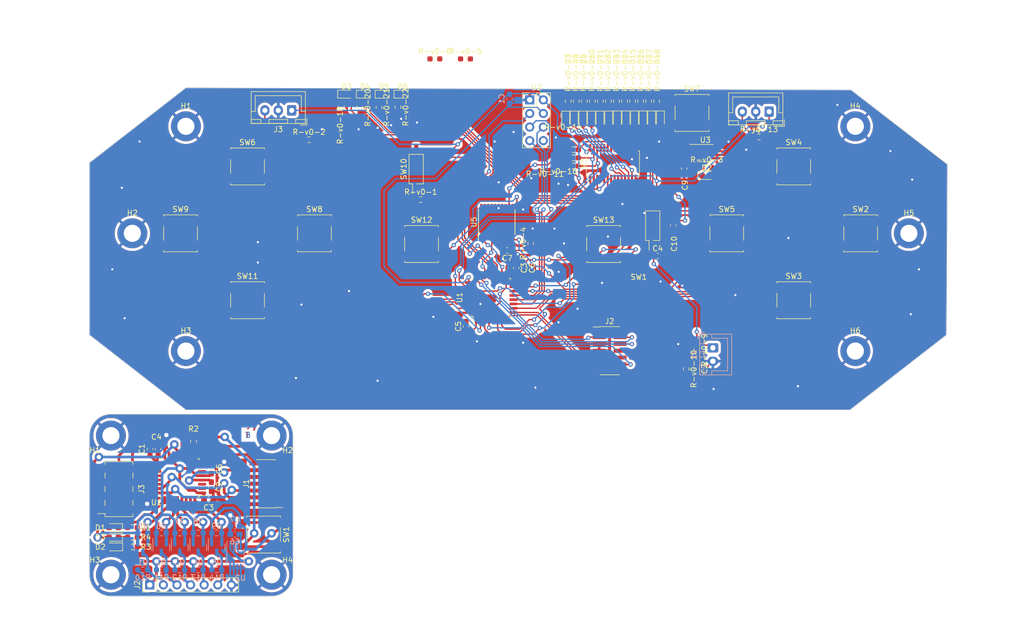
<source format=kicad_pcb>
(kicad_pcb (version 20221018) (generator pcbnew)
  (layers (0 "F.Cu" signal) (31 "B.Cu" signal) (34 "B.Paste" user) (35 "F.Paste" user) (36 "B.SilkS" user "B.Silkscreen") (37 "F.SilkS" user "F.Silkscreen") (38 "B.Mask" user) (39 "F.Mask" user) (44 "Edge.Cuts" user))
  (net 0 "")
  (net 1 "+5V-v1-")
  (net 2 "GND-v1-")
  (net 3 "+3.3V-v1-")
  (net 4 "Net-(D1-K)-v1-")
  (net 6 "Net-(D3-K)-v1-")
  (net 7 "Status_LED-v1-")
  (net 8 "Data_Clock_SNES-v1-")
  (net 9 "Data_Latch_SNES-v1-")
  (net 10 "Net-(D2-K)-v1-")
  (net 11 "Serial_Data1_SNES-v1-")
  (net 12 "Serial_Data2_SNES-v1-")
  (net 13 "SPI_Chip_Select-v1-")
  (net 14 "Chip_Enable-v1-")
  (net 15 "SPI_Digital_Input-v1-")
  (net 16 "SPI_Clock-v1-")
  (net 17 "SPI_Digital_Output-v1-")
  (net 18 "IOBit_SNES-v1-")
  (net 19 "Data_Clock_STM32-v1-")
  (net 20 "Data_Latch_STM32-v1-")
  (net 21 "Appairing_Btn-v1-")
  (net 22 "Net-(U2-BP)-v1-")
  (net 23 "SWDIO-v1-")
  (net 24 "SWDCK-v1-")
  (net 27 "NRST-v1-")
  (net 28 "USART2_RX-v1-")
  (net 29 "USART2_TX-v1-")
  (net 30 "Serial_Data1_STM32-v1-")
  (net 31 "IOBit_STM32-v1-")
  (net 32 "Serial_Data2_STM32-v1-")
  (net 46 "POWER-v0-_CHECK-v0-")
  (net 47 "GND-v0-")
  (net 48 "L-v0-i-ion-v0-")
  (net 49 "Net-(U3-BP)-v0-")
  (net 50 "Glob_Alim-v0-")
  (net 51 "Net-(D2-A)-v0-")
  (net 52 "Net-(D3-K)-v0-")
  (net 53 "Net-(D3-A)-v0-")
  (net 54 "Net-(D4-K)-v0-")
  (net 55 "Net-(D4-A)-v0-")
  (net 56 "Net-(D5-K)-v0-")
  (net 57 "Net-(D5-A)-v0-")
  (net 58 "Net-(D6-K)-v0-")
  (net 59 "Net-(D6-A)-v0-")
  (net 60 "Net-(D7-K)-v0-")
  (net 61 "Net-(D7-A)-v0-")
  (net 62 "Net-(D8-K)-v0-")
  (net 63 "Net-(D8-A)-v0-")
  (net 64 "Net-(D9-K)-v0-")
  (net 65 "Net-(D9-A)-v0-")
  (net 66 "Net-(D10-K)-v0-")
  (net 67 "Net-(D10-A)-v0-")
  (net 68 "Net-(D11-K)-v0-")
  (net 69 "Net-(D11-A)-v0-")
  (net 70 "Net-(D12-K)-v0-")
  (net 71 "Net-(D12-A)-v0-")
  (net 72 "Net-(D13-K)-v0-")
  (net 73 "Net-(D13-A)-v0-")
  (net 74 "Net-(D14-K)-v0-")
  (net 75 "Net-(D14-A)-v0-")
  (net 76 "Net-(D15-K)-v0-")
  (net 77 "Net-(D15-A)-v0-")
  (net 78 "Net-(D16-K)-v0-")
  (net 79 "Net-(D16-A)-v0-")
  (net 80 "Net-(D17-K)-v0-")
  (net 81 "Net-(D17-A)-v0-")
  (net 82 "Net-(D18-K)-v0-")
  (net 83 "Net-(D18-A)-v0-")
  (net 86 "SWDIO-v0-")
  (net 87 "SWDCK-v0-")
  (net 91 "R-v0-eset_Buton -v0-")
  (net 92 "USAR-v0-T2_R-v0-X-v0-")
  (net 93 "USAR-v0-T2_TX-v0-")
  (net 94 "NES{slash}SNES_switcher-v0-")
  (net 95 "R-v0-")
  (net 96 "A_Button-v0-")
  (net 97 "B_Button-v0-")
  (net 98 "X_Button-v0-")
  (net 99 "Y_Button-v0-")
  (net 100 "UC_Button-v0-")
  (net 101 "L-v0-C_Button-v0-")
  (net 102 "DIODE_SDA-v0-")
  (net 103 "R-v0-C_Button")
  (net 104 "L-v0-")
  (net 105 "DIODE_CL-v0-K")
  (net 106 "DC_Button-v0-")
  (net 107 "DIODE_OE-v0-")
  (net 108 "ST_Button-v0-")
  (net 109 "SE_Button-v0-")
  (net 110 "Order_Search-v0-")
  (net 111 "R-v0-X{slash}TX")
  (net 112 "Net-(C7-Pad1)-v0-")
  (net 113 "Pin_Clock-v0-")
  (net 114 "Digital_Out_Put-v0-")
  (net 115 "MOSI-v0-")
  (net 116 "GPIO_EX_CL-v0-K")
  (net 119 "GPIO_EX_SER-v0-IAL-v0-_DATA")
  (net 120 "Net-(U3-IN)-v0-")
  (net 121 "CSN_nR-v0-F24")
  (footprint "Button_Switch_SMD:SW_SPST_B3S-1000" (layer "F.Cu") (at 17.05 27.25)
    (fp_text reference "SW9")
    (fp_text value "SW_Push")
  )
  (footprint "R-v0-esistor_SMD:R-v0-_0603_1608Metric_Pad0.98x0.95mm_HandSolder" (layer "F.Cu") (at 70.25 -5.35)
    (fp_text reference "R-v0-5")
    (fp_text value "1K")
  )
  (footprint "Diode_SMD:D_0603_1608Metric_Pad1.05x0.95mm_HandSolder" (layer "F.Cu") (at 4.56875 85.85 180)
    (fp_text reference "D2")
    (fp_text value "LED_Small")
  )
  (footprint "R-v0-esistor_SMD:R-v0-_0603_1608Metric_Pad0.98x0.95mm_HandSolder" (layer "F.Cu") (at 96.95 2.5625 90)
    (fp_text reference "R-v0-28")
    (fp_text value "1K")
  )
  (footprint "Button_Switch_SMD:SW_SPST_B3S-1000" (layer "F.Cu") (at 62.05 29.25)
    (fp_text reference "SW12")
    (fp_text value "SW_Push")
  )
  (footprint "MountingHole:MountingHole_3.2mm_M3_DIN965_Pad" (layer "F.Cu") (at 8.05 27.25)
    (fp_text reference "H2")
    (fp_text value "MountingHole_Pad")
  )
  (footprint "Package_SO:TSSOP-28_4.4x9.7mm_P0.65mm" (layer "F.Cu") (at 97.784 14.164 90)
    (fp_text reference "U4")
    (fp_text value "PCA9685PW")
  )
  (footprint "L-v0-ED_SMD:L-v0-ED_0603_1608Metric_Pad1.05x0.95mm_HandSolder" (layer "F.Cu") (at 48.05 1.25)
    (fp_text reference "D3")
    (fp_text value "G1")
  )
  (footprint "L-v0-ED_SMD:L-v0-ED_0603_1608Metric_Pad1.05x0.95mm_HandSolder" (layer "F.Cu") (at 103.425 6.05 -90)
    (fp_text reference "D16")
    (fp_text value "R-v0-2")
  )
  (footprint "Package_SO:SSOP-20_4.4x6.5mm_P0.65mm" (layer "F.Cu") (at 76.125 25.15 90)
    (fp_text reference "U5")
    (fp_text value "PCF8574TS")
  )
  (footprint "Diode_SMD:D_0603_1608Metric_Pad1.05x0.95mm_HandSolder" (layer "F.Cu") (at 4.56875 84.05 180)
    (fp_text reference "D3")
    (fp_text value "LED")
  )
  (footprint "R-v0-esistor_SMD:R-v0-_0603_1608Metric_Pad0.98x0.95mm_HandSolder" (layer "F.Cu") (at 89.45 2.5625 90)
    (fp_text reference "R-v0-23")
    (fp_text value "1K")
  )
  (footprint "Package_QFP:LQFP-32_7x7mm_P0.8mm" (layer "F.Cu") (at 16.9 72.95 180)
    (fp_text reference "U1")
    (fp_text value "STM32L412KBTx")
  )
  (footprint "Capacitor_SMD:C_0603_1608Metric_Pad1.08x0.95mm_HandSolder" (layer "F.Cu") (at 22.81 74.6025 90)
    (fp_text reference "C2")
    (fp_text value "100n")
  )
  (footprint "Resistor_SMD:R_0603_1608Metric_Pad0.98x0.95mm_HandSolder" (layer "F.Cu") (at 19.47 66.12 90)
    (fp_text reference "R2")
    (fp_text value "10k")
  )
  (footprint "Button_Switch_SMD:SW_SPST_B3S-1000" (layer "F.Cu") (at 29.55 39.75)
    (fp_text reference "SW11")
    (fp_text value "SW_Push")
  )
  (footprint "R-v0-esistor_SMD:R-v0-_0603_1608Metric_Pad0.98x0.95mm_HandSolder" (layer "F.Cu") (at 101.45 2.5625 90)
    (fp_text reference "R-v0-31")
    (fp_text value "1K")
  )
  (footprint "Button_Switch_SMD:SW_SPST_B3S-1000" (layer "F.Cu") (at 112.55 4.75)
    (fp_text reference "SW7")
    (fp_text value "SW_SPST")
  )
  (footprint "R-v0-esistor_SMD:R-v0-_0603_1608Metric_Pad0.98x0.95mm_HandSolder" (layer "F.Cu") (at 125.05 9.25)
    (fp_text reference "R-v0-13")
    (fp_text value "1K")
  )
  (footprint "R-v0-esistor_SMD:R-v0-_0603_1608Metric_Pad0.98x0.95mm_HandSolder" (layer "F.Cu") (at 93.95 2.5625 90)
    (fp_text reference "R-v0-26")
    (fp_text value "1K")
  )
  (footprint "R-v0-esistor_SMD:R-v0-_0603_1608Metric_Pad0.98x0.95mm_HandSolder" (layer "F.Cu") (at 47.075 3.725 -90)
    (fp_text reference "R-v0-18")
    (fp_text value "1K")
  )
  (footprint "L-v0-ED_SMD:L-v0-ED_0603_1608Metric_Pad1.05x0.95mm_HandSolder" (layer "F.Cu") (at 58.55 1.25)
    (fp_text reference "D6")
    (fp_text value "G4")
  )
  (footprint "L-v0-ED_SMD:L-v0-ED_0603_1608Metric_Pad1.05x0.95mm_HandSolder" (layer "F.Cu") (at 88.975 6.075 -90)
    (fp_text reference "D7")
    (fp_text value "G5")
  )
  (footprint "Capacitor_SMD:C_0603_1608Metric_Pad1.08x0.95mm_HandSolder" (layer "F.Cu") (at 106.145 31.52)
    (fp_text reference "C4")
    (fp_text value "1u")
  )
  (footprint "L-v0-ED_SMD:L-v0-ED_0603_1608Metric_Pad1.05x0.95mm_HandSolder" (layer "F.Cu") (at 92.175 6.075 -90)
    (fp_text reference "D9")
    (fp_text value "G7")
  )
  (footprint "Resistor_SMD:R_0603_1608Metric_Pad0.98x0.95mm_HandSolder" (layer "F.Cu") (at 8.06875 84.05)
    (fp_text reference "R4")
    (fp_text value "1k")
  )
  (footprint "L-v0-ED_SMD:L-v0-ED_0603_1608Metric_Pad1.05x0.95mm_HandSolder" (layer "F.Cu") (at 93.775 6.075 -90)
    (fp_text reference "D10")
    (fp_text value "G8")
  )
  (footprint "Capacitor_SMD:C_0603_1608Metric_Pad1.08x0.95mm_HandSolder" (layer "F.Cu") (at 22.3025 76.99)
    (fp_text reference "C3")
    (fp_text value "100n")
  )
  (footprint "R-v0-esistor_SMD:R-v0-_0603_1608Metric_Pad0.98x0.95mm_HandSolder" (layer "F.Cu") (at 41.05 9.75)
    (fp_text reference "R-v0-2")
    (fp_text value "1K")
  )
  (footprint "Package_SO:MSOP-8_3x3mm_P0.65mm" (layer "F.Cu") (at 115.05 12.25)
    (fp_text reference "U3")
    (fp_text value "MIC5219-3.3YMM")
  )
  (footprint "Package_QFP:L-v0-QFP-32_7x7mm_P0.8mm" (layer "F.Cu") (at 75.05 39.25 90)
    (fp_text reference "U1")
    (fp_text value "STM32L-v0-412KBTx")
  )
  (footprint "Button_Switch_SMD:SW_SPST_B3S-1000" (layer "F.Cu") (at 131.55 14.75)
    (fp_text reference "SW4")
    (fp_text value "SW_Push")
  )
  (footprint "L-v0-ED_SMD:L-v0-ED_0603_1608Metric_Pad1.05x0.95mm_HandSolder" (layer "F.Cu") (at 100.225 6.05 -90)
    (fp_text reference "D14")
    (fp_text value "O4")
  )
  (footprint "Resistor_SMD:R_0603_1608Metric_Pad0.98x0.95mm_HandSolder" (layer "F.Cu") (at 8.06875 85.85)
    (fp_text reference "R3")
    (fp_text value "1k")
  )
  (footprint "Connector_JST:JST_XH_B3B-XH-A_1x03_P2.50mm_Vertical" (layer "F.Cu") (at 126.954 4.512 180)
    (fp_text reference "J4")
    (fp_text value "Conn_01x03")
  )
  (footprint "Button_Switch_SMD:SW_SPST_B3S-1000" (layer "F.Cu") (at 42.05 27.25)
    (fp_text reference "SW8")
    (fp_text value "SW_Push")
  )
  (footprint "Button_Switch_SMD:SW_SPST_B3S-1000" (layer "F.Cu") (at 131.55 39.75)
    (fp_text reference "SW3")
    (fp_text value "SW_Push")
  )
  (footprint "R-v0-esistor_SMD:R-v0-_0603_1608Metric_Pad0.98x0.95mm_HandSolder" (layer "F.Cu") (at 61.9 20.95)
    (fp_text reference "R-v0-1")
    (fp_text value "1K")
  )
  (footprint "Capacitor_SMD:C_0603_1608Metric_Pad1.08x0.95mm_HandSolder" (layer "F.Cu") (at 81.274 33.722 -90)
    (fp_text reference "C6")
    (fp_text value "10u")
  )
  (footprint "R-v0-esistor_SMD:R-v0-_0603_1608Metric_Pad0.98x0.95mm_HandSolder" (layer "F.Cu") (at 54.1 3.725 -90)
    (fp_text reference "R-v0-21")
    (fp_text value "1K")
  )
  (footprint "R-v0-esistor_SMD:R-v0-_0603_1608Metric_Pad0.98x0.95mm_HandSolder" (layer "F.Cu") (at 92.45 2.5625 90)
    (fp_text reference "R-v0-25")
    (fp_text value "1K")
  )
  (footprint "MountingHole:MountingHole_3.2mm_M3_DIN965_Pad" (layer "F.Cu") (at 143.05 7.25)
    (fp_text reference "H4")
    (fp_text value "MountingHole_Pad")
  )
  (footprint "R-v0-esistor_SMD:R-v0-_0603_1608Metric_Pad0.98x0.95mm_HandSolder" (layer "F.Cu") (at 90.95 2.5625 90)
    (fp_text reference "R-v0-24")
    (fp_text value "1K")
  )
  (footprint "L-v0-ED_SMD:L-v0-ED_0603_1608Metric_Pad1.05x0.95mm_HandSolder" (layer "F.Cu") (at 106.65 6.05 -90)
    (fp_text reference "D18")
    (fp_text value "R-v0-4")
  )
  (footprint "Connector_PinHeader_1.27mm:PinHeader_2x07_P1.27mm_Vertical_SMD" (layer "F.Cu") (at 97.175 49.19)
    (fp_text reference "J2")
    (fp_text value "Conn_02x07_Odd_Even")
  )
  (footprint "Capacitor_SMD:C_0603_1608Metric_Pad1.08x0.95mm_HandSolder" (layer "F.Cu") (at 79.75 33.722 -90)
    (fp_text reference "C3")
    (fp_text value "100n")
  )
  (footprint "MountingHole:MountingHole_3.2mm_M3_DIN965_Pad" (layer "F.Cu") (at 4.05 65.05)
    (fp_text reference "H1")
    (fp_text value "MountingHole_Pad")
  )
  (footprint "MountingHole:MountingHole_3.2mm_M3_DIN965_Pad" (layer "F.Cu") (at 153.05 27.25)
    (fp_text reference "H5")
    (fp_text value "MountingHole_Pad")
  )
  (footprint "R-v0-esistor_SMD:R-v0-_0603_1608Metric_Pad0.98x0.95mm_HandSolder" (layer "F.Cu") (at 99.95 2.5625 90)
    (fp_text reference "R-v0-30")
    (fp_text value "1K")
  )
  (footprint "Capacitor_SMD:C_0603_1608Metric_Pad1.08x0.95mm_HandSolder" (layer "F.Cu") (at 109.045 25.7325 -90)
    (fp_text reference "C10")
    (fp_text value "100nF")
  )
  (footprint "R-v0-esistor_SMD:R-v0-_0603_1608Metric_Pad0.98x0.95mm_HandSolder" (layer "F.Cu") (at 98.45 2.5625 90)
    (fp_text reference "R-v0-29")
    (fp_text value "1K")
  )
  (footprint "R-v0-esistor_SMD:R-v0-_0603_1608Metric_Pad0.98x0.95mm_HandSolder" (layer "F.Cu") (at 104.45 2.5625 90)
    (fp_text reference "R-v0-33")
    (fp_text value "1K")
  )
  (footprint "L-v0-ED_SMD:L-v0-ED_0603_1608Metric_Pad1.05x0.95mm_HandSolder" (layer "F.Cu") (at 115.31 16.45)
    (fp_text reference "D2")
    (fp_text value "L-v0-ED_Small")
  )
  (footprint "Button_Switch_SMD:SW_SPST_B3S-1000" (layer "F.Cu") (at 32.55 83.55 180)
    (fp_text reference "SW1")
    (fp_text value "SW_SPST")
  )
  (footprint "Capacitor_SMD:C_0603_1608Metric_Pad1.08x0.95mm_HandSolder" (layer "F.Cu") (at 11.35 67.55 90)
    (fp_text reference "C1")
    (fp_text value "10u")
  )
  (footprint "Capacitor_SMD:C_0603_1608Metric_Pad1.08x0.95mm_HandSolder" (layer "F.Cu") (at 12.85 67.55 90)
    (fp_text reference "C4")
    (fp_text value "100n")
  )
  (footprint "R-v0-esistor_SMD:R-v0-_0603_1608Metric_Pad0.98x0.95mm_HandSolder" (layer "F.Cu") (at 82.45 29.1375 90)
    (fp_text reference "R-v0-4")
    (fp_text value "10k")
  )
  (footprint "Connector_PinHeader_2.54mm:PinHeader_2x04_P2.54mm_Vertical" (layer "F.Cu") (at 82.25 2.31)
    (fp_text reference "U2")
    (fp_text value "nR-v0-F24_Full")
  )
  (footprint "R-v0-esistor_SMD:R-v0-_0603_1608Metric_Pad0.98x0.95mm_HandSolder" (layer "F.Cu") (at 90.418 14.672)
    (fp_text reference "R-v0-14")
    (fp_text value "10K")
  )
  (footprint "L-v0-ED_SMD:L-v0-ED_0603_1608Metric_Pad1.05x0.95mm_HandSolder" (layer "F.Cu") (at 105.025 6.05 -90)
    (fp_text reference "D17")
    (fp_text value "R-v0-3")
  )
  (footprint "Capacitor_SMD:C_0603_1608Metric_Pad1.08x0.95mm_HandSolder" (layer "F.Cu") (at 113.45 52.5875 -90)
    (fp_text reference "C2")
    (fp_text value "1nF")
  )
  (footprint "Button_Switch_SMD:SW_SPST_B3S-1000" (layer "F.Cu") (at 144.05 27.25)
    (fp_text reference "SW2")
    (fp_text value "SW_Push")
  )
  (footprint "R-v0-esistor_SMD:R-v0-_0603_1608Metric_Pad0.98x0.95mm_HandSolder" (layer "F.Cu") (at 113.45 49.05 -90)
    (fp_text reference "R-v0-9")
    (fp_text value "1M")
  )
  (footprint "L-v0-ED_SMD:L-v0-ED_0603_1608Metric_Pad1.05x0.95mm_HandSolder" (layer "F.Cu") (at 97 6.0625 -90)
    (fp_text reference "D12")
    (fp_text value "O2")
  )
  (footprint "Capacitor_SMD:C_0603_1608Metric_Pad1.08x0.95mm_HandSolder" (layer "F.Cu") (at 78.05 30.45 180)
    (fp_text reference "C7")
    (fp_text value "100µF")
  )
  (footprint "L-v0-ED_SMD:L-v0-ED_0603_1608Metric_Pad1.05x0.95mm_HandSolder" (layer "F.Cu") (at 98.625 6.05 -90)
    (fp_text reference "D13")
    (fp_text value "O3")
  )
  (footprint "R-v0-esistor_SMD:R-v0-_0603_1608Metric_Pad0.98x0.95mm_HandSolder" (layer "F.Cu") (at 105.95 2.5625 90)
    (fp_text reference "R-v0-34")
    (fp_text value "1K")
  )
  (footprint "MountingHole:MountingHole_3.2mm_M3_DIN965_Pad" (layer "F.Cu") (at 34.05 65.05)
    (fp_text reference "H2")
    (fp_text value "MountingHole_Pad")
  )
  (footprint "Connector_JST:JST_XH_B3B-XH-A_1x03_P2.50mm_Vertical" (layer "F.Cu") (at 37.8 4.275 180)
    (fp_text reference "J3")
    (fp_text value "Conn_01x03")
  )
  (footprint "R-v0-esistor_SMD:R-v0-_0603_1608Metric_Pad0.98x0.95mm_HandSolder" (layer "F.Cu") (at 50.575 3.75 -90)
    (fp_text reference "R-v0-20")
    (fp_text value "1K")
  )
  (footprint "R-v0-esistor_SMD:R-v0-_0603_1608Metric_Pad0.98x0.95mm_HandSolder" (layer "F.Cu") (at 90.418 11.624 180)
    (fp_text reference "R-v0-16")
    (fp_text value "10K")
  )
  (footprint "MountingHole:MountingHole_3.2mm_M3_DIN965_Pad" (layer "F.Cu") (at 34.05 91.05)
    (fp_text reference "H4")
    (fp_text value "MountingHole_Pad")
  )
  (footprint "R-v0-esistor_SMD:R-v0-_0603_1608Metric_Pad0.98x0.95mm_HandSolder" (layer "F.Cu") (at 95.45 2.5625 90)
    (fp_text reference "R-v0-27")
    (fp_text value "1K")
  )
  (footprint "MountingHole:MountingHole_3.2mm_M3_DIN965_Pad" (layer "F.Cu") (at 143.05 49.25)
    (fp_text reference "H6")
    (fp_text value "MountingHole_Pad")
  )
  (footprint "Button_Switch_SMD:SW_SPST_B3S-1000" (layer "F.Cu") (at 96.05 29.25)
    (fp_text reference "SW13")
    (fp_text value "SW_Push")
  )
  (footprint "R-v0-esistor_SMD:R-v0-_0603_1608Metric_Pad0.98x0.95mm_HandSolder" (layer "F.Cu") (at 115.31 14.926)
    (fp_text reference "R-v0-3")
    (fp_text value "1K")
  )
  (footprint "MountingHole:MountingHole_3.2mm_M3_DIN965_Pad" (layer "F.Cu") (at 18.05 7.25)
    (fp_text reference "H1")
    (fp_text value "MountingHole_Pad")
  )
  (footprint "L-v0-ED_SMD:L-v0-ED_0603_1608Metric_Pad1.05x0.95mm_HandSolder" (layer "F.Cu") (at 55.05 1.25)
    (fp_text reference "D5")
    (fp_text value "G3")
  )
  (footprint "R-v0-esistor_SMD:R-v0-_0603_1608Metric_Pad0.98x0.95mm_HandSolder" (layer "F.Cu") (at 64.5375 -5.35)
    (fp_text reference "R-v0-6")
    (fp_text value "1K")
  )
  (footprint "Button_Switch_SMD:SW_DIP_SPSTx01_Slide_Copal_CHS-01B_W7.62mm_P1.27mm" (layer "F.Cu") (at 105.22 25.82 90)
    (fp_text reference "SW1")
    (fp_text value "SW_DIP_x01")
  )
  (footprint "Capacitor_SMD:C_0603_1608Metric_Pad1.08x0.95mm_HandSolder" (layer "F.Cu") (at 70.352 44.644 90)
    (fp_text reference "C5")
    (fp_text value "100n")
  )
  (footprint "L-v0-ED_SMD:L-v0-ED_0603_1608Metric_Pad1.05x0.95mm_HandSolder" (layer "F.Cu") (at 90.575 6.075 -90)
    (fp_text reference "D8")
    (fp_text value "G6")
  )
  (footprint "Capacitor_SMD:C_0603_1608Metric_Pad1.08x0.95mm_HandSolder" (layer "F.Cu") (at 22.81 71.3 90)
    (fp_text reference "C5")
    (fp_text value "100n")
  )
  (footprint "Button_Switch_SMD:SW_DIP_SPSTx01_Slide_Copal_CHS-01B_W7.62mm_P1.27mm" (layer "F.Cu") (at 61.05 15.25 90)
    (fp_text reference "SW10")
    (fp_text value "SW_DIP_x01")
  )
  (footprint "R-v0-esistor_SMD:R-v0-_0603_1608Metric_Pad0.98x0.95mm_HandSolder" (layer "F.Cu") (at 102.95 2.5625 90)
    (fp_text reference "R-v0-32")
    (fp_text value "1K")
  )
  (footprint "L-v0-ED_SMD:L-v0-ED_0603_1608Metric_Pad1.05x0.95mm_HandSolder" (layer "F.Cu") (at 95.375 6.075 -90)
    (fp_text reference "D11")
    (fp_text value "O1")
  )
  (footprint "L-v0-ED_SMD:L-v0-ED_0603_1608Metric_Pad1.05x0.95mm_HandSolder" (layer "F.Cu") (at 101.825 6.05 -90)
    (fp_text reference "D15")
    (fp_text value "R-v0-1")
  )
  (footprint "Connector_PinSocket_2.54mm:PinSocket_2x04_P2.54mm_Vertical_SMD" (layer "F.Cu") (at 5.55 75.05 180)
    (fp_text reference "J3")
    (fp_text value "Conn_01x08_Socket")
  )
  (footprint "MountingHole:MountingHole_3.2mm_M3_DIN965_Pad" (layer "F.Cu") (at 4.05 91.05)
    (fp_text reference "H3")
    (fp_text value "MountingHole_Pad")
  )
  (footprint "Resistor_SMD:R_0603_1608Metric_Pad0.98x0.95mm_HandSolder" (layer "F.Cu") (at 8.06875 82.25)
    (fp_text reference "R1")
    (fp_text value "1k")
  )
  (footprint "L-v0-ED_SMD:L-v0-ED_0603_1608Metric_Pad1.05x0.95mm_HandSolder" (layer "F.Cu") (at 51.55 1.25)
    (fp_text reference "D4")
    (fp_text value "G2")
  )
  (footprint "Connector_PinHeader_2.54mm:PinHeader_1x07_P2.54mm_Vertical" (layer "F.Cu") (at 11.3 92.95 90)
    (fp_text reference "J2")
    (fp_text value "Conn_01x07_Socket")
  )
  (footprint "R-v0-esistor_SMD:R-v0-_0603_1608Metric_Pad0.98x0.95mm_HandSolder" (layer "F.Cu") (at 90.418 13.148 180)
    (fp_text reference "R-v0-11")
    (fp_text value "10K")
  )
  (footprint "Diode_SMD:D_0603_1608Metric_Pad1.05x0.95mm_HandSolder" (layer "F.Cu") (at 4.56875 82.25 180)
    (fp_text reference "D1")
    (fp_text value "LED_Small")
  )
  (footprint "MountingHole:MountingHole_3.2mm_M3_DIN965_Pad" (layer "F.Cu") (at 18.05 49.25)
    (fp_text reference "H3")
    (fp_text value "MountingHole_Pad")
  )
  (footprint "Button_Switch_SMD:SW_SPST_B3S-1000" (layer "F.Cu") (at 29.55 14.75)
    (fp_text reference "SW6")
    (fp_text value "SW_Push")
  )
  (footprint "Connector_PinHeader_1.27mm:PinHeader_2x07_P1.27mm_Vertical_SMD" (layer "F.Cu") (at 33.05 74.05 180)
    (fp_text reference "J1")
    (fp_text value "Conn_02x07_Odd_Even")
  )
  (footprint "Capacitor_SMD:C_0603_1608Metric_Pad1.08x0.95mm_HandSolder" (layer "F.Cu") (at 111.1 15.15 -90)
    (fp_text reference "C9")
    (fp_text value "470p")
  )
  (footprint "Button_Switch_SMD:SW_SPST_B3S-1000" (layer "F.Cu") (at 119.05 27.25)
    (fp_text reference "SW5")
    (fp_text value "SW_Push")
  )
  (footprint "R-v0-esistor_SMD:R-v0-_0603_1608Metric_Pad0.98x0.95mm_HandSolder" (layer "F.Cu") (at 111.45 52.5875 -90)
    (fp_text reference "R-v0-10")
    (fp_text value "1M")
  )
  (footprint "R-v0-esistor_SMD:R-v0-_0603_1608Metric_Pad0.98x0.95mm_HandSolder" (layer "F.Cu") (at 57.65 3.675 -90)
    (fp_text reference "R-v0-22")
    (fp_text value "1K")
  )
  (footprint "Resistor_SMD:R_0603_1608Metric_Pad0.98x0.95mm_HandSolder" (layer "B.Cu") (at 13.45 90.15)
    (fp_text reference "R11")
    (fp_text value "10k")
  )
  (footprint "Resistor_SMD:R_0603_1608Metric_Pad0.98x0.95mm_HandSolder" (layer "B.Cu") (at 23.8 83.25)
    (fp_text reference "R9")
    (fp_text value "10k")
  )
  (footprint "Connector_JST:JST_XH_B2B-XH-A_1x02_P2.50mm_Vertical" (layer "B.Cu") (at 116.45 48.65 -90)
    (fp_text reference "J1")
    (fp_text value "Conn_01x02")
  )
  (footprint "Package_TO_SOT_SMD:SOT-23" (layer "B.Cu") (at 20.35 85.95 -90)
    (fp_text reference "Q4")
    (fp_text value "2N7002")
  )
  (footprint "Resistor_SMD:R_0603_1608Metric_Pad0.98x0.95mm_HandSolder" (layer "B.Cu") (at 16.9 83.25)
    (fp_text reference "R7")
    (fp_text value "10k")
  )
  (footprint "Resistor_SMD:R_0603_1608Metric_Pad0.98x0.95mm_HandSolder" (layer "B.Cu") (at 20.35 83.25)
    (fp_text reference "R8")
    (fp_text value "10k")
  )
  (footprint "Package_TO_SOT_SMD:SOT-23" (layer "B.Cu") (at 10 85.95 -90)
    (fp_text reference "Q1")
    (fp_text value "2N7002")
  )
  (footprint "Capacitor_SMD:C_0603_1608Metric_Pad1.08x0.95mm_HandSolder" (layer "B.Cu") (at 27.2 82 180)
    (fp_text reference "C7")
    (fp_text value "2.2u")
  )
  (footprint "Package_TO_SOT_SMD:SOT-23" (layer "B.Cu") (at 16.9 85.95 -90)
    (fp_text reference "Q3")
    (fp_text value "2N7002")
  )
  (footprint "Package_TO_SOT_SMD:SOT-23" (layer "B.Cu") (at 13.45 85.95 -90)
    (fp_text reference "Q2")
    (fp_text value "2N7002")
  )
  (footprint "Resistor_SMD:R_0603_1608Metric_Pad0.98x0.95mm_HandSolder" (layer "B.Cu") (at 23.8 90.15)
    (fp_text reference "R14")
    (fp_text value "10k")
  )
  (footprint "Package_SO:MSOP-8_3x3mm_P0.65mm" (layer "B.Cu") (at 27.3125 87.7 -90)
    (fp_text reference "U2")
    (fp_text value "MIC5219-3.3YMM")
  )
  (footprint "Resistor_SMD:R_0603_1608Metric_Pad0.98x0.95mm_HandSolder" (layer "B.Cu") (at 13.45 83.25)
    (fp_text reference "R6")
    (fp_text value "10k")
  )
  (footprint "Package_TO_SOT_SMD:SOT-23" (layer "B.Cu") (at 23.8 85.95 -90)
    (fp_text reference "Q5")
    (fp_text value "2N7002")
  )
  (footprint "Capacitor_SMD:C_0603_1608Metric_Pad1.08x0.95mm_HandSolder" (layer "B.Cu") (at 78.45 2.1125 -90)
    (fp_text reference "C1")
    (fp_text value "100uF")
  )
  (footprint "Resistor_SMD:R_0603_1608Metric_Pad0.98x0.95mm_HandSolder" (layer "B.Cu") (at 10 90.15)
    (fp_text reference "R10")
    (fp_text value "10k")
  )
  (footprint "Resistor_SMD:R_0603_1608Metric_Pad0.98x0.95mm_HandSolder" (layer "B.Cu") (at 10 83.25)
    (fp_text reference "R5")
    (fp_text value "10k")
  )
  (footprint "Resistor_SMD:R_0603_1608Metric_Pad0.98x0.95mm_HandSolder" (layer "B.Cu") (at 20.35 90.15)
    (fp_text reference "R13")
    (fp_text value "10k")
  )
  (footprint "Resistor_SMD:R_0603_1608Metric_Pad0.98x0.95mm_HandSolder" (layer "B.Cu") (at 16.9 90.15)
    (fp_text reference "R12")
    (fp_text value "10k")
  )
  (footprint "Capacitor_SMD:C_0603_1608Metric_Pad1.08x0.95mm_HandSolder" (layer "B.Cu") (at 27.2 83.5 180)
    (fp_text reference "C6")
    (fp_text value "470p")
  )
  (gr_arc (start 38.05 91.05) (mid 36.878427 93.878427) (end 34.05 95.05) (stroke (width 0.1)) (layer "Edge.Cuts"))
  (gr_arc (start 0.05 65.05) (mid 1.221573 62.221573) (end 4.05 61.05) (stroke (width 0.1)) (layer "Edge.Cuts"))
  (gr_line (start 0.05 46.25) (end 0.05 14.05) (stroke (width 0.1)) (layer "Edge.Cuts"))
  (gr_line (start 160.25 14.35) (end 160.05 46.25) (stroke (width 0.1)) (layer "Edge.Cuts"))
  (gr_arc (start 4.05 95.05) (mid 1.221573 93.878427) (end 0.05 91.05) (stroke (width 0.1)) (layer "Edge.Cuts"))
  (gr_line (start 142.25 0.45) (end 160.25 14.35) (stroke (width 0.1)) (layer "Edge.Cuts"))
  (gr_line (start 160.05 46.25) (end 142.05 60.25) (stroke (width 0.1)) (layer "Edge.Cuts"))
  (gr_line (start 4.05 61.05) (end 34.05 61.05) (stroke (width 0.1)) (layer "Edge.Cuts"))
  (gr_line (start 0.05 14.05) (end 18.05 0.05) (stroke (width 0.1)) (layer "Edge.Cuts"))
  (gr_line (start 18.05 60.25) (end 0.05 46.25) (stroke (width 0.1)) (layer "Edge.Cuts"))
  (gr_arc (start 34.05 61.05) (mid 36.878427 62.221573) (end 38.05 65.05) (stroke (width 0.1)) (layer "Edge.Cuts"))
  (gr_line (start 38.05 65.05) (end 38.05 91.05) (stroke (width 0.1)) (layer "Edge.Cuts"))
  (gr_line (start 142.05 60.25) (end 18.05 60.25) (stroke (width 0.1)) (layer "Edge.Cuts"))
  (gr_line (start 34.05 95.05) (end 4.05 95.05) (stroke (width 0.1)) (layer "Edge.Cuts"))
  (gr_line (start 0.05 91.05) (end 0.05 65.05) (stroke (width 0.1)) (layer "Edge.Cuts"))
  (gr_line (start 18.05 0.05) (end 142.25 0.45) (stroke (width 0.1)) (layer "Edge.Cuts"))
  (gr_text "SNES Plug" (at 22.05 63.55) (layer "F.Cu") (effects (font (size 1 1)) (justify left bottom)))
  (gr_text "T" (at 29.05 65.55) (layer "F.Cu") (effects (font (size 1 1)) (justify left bottom)))
  (gr_text "B" (at 29.05 65.55) (layer "B.Cu") (effects (font (size 1 1)) (justify left bottom)))
  (segment (start 12.5375 88.55) (end 15.9875 88.55) (width 0.3) (layer "F.Cu") (net 1))
  (segment (start 12.5375 91.7125) (end 11.3 92.95) (width 0.5) (layer "F.Cu") (net 1))
  (segment (start 7.8 88.55) (end 12.5375 88.55) (width 0.5) (layer "F.Cu") (net 1))
  (segment (start 6.55 87.3) (end 7.8 88.55) (width 0.5) (layer "F.Cu") (net 1))
  (segment (start 19.4375 88.55) (end 22.8875 88.55) (width 0.5) (layer "F.Cu") (net 1))
  (segment (start 12.5375 88.55) (end 12.5375 91.7125) (width 0.5) (layer "F.Cu") (net 1))
  (segment (start 3.69375 85.85) (end 3.69375 85.884561) (width 0.5) (layer "F.Cu") (net 1))
  (segment (start 5.109189 87.3) (end 6.55 87.3) (width 0.5) (layer "F.Cu") (net 1))
  (segment (start 22.8875 88.55) (end 29.8 88.55) (width 0.5) (layer "F.Cu") (net 1))
  (segment (start 19.4375 88.55) (end 15.9875 88.55) (width 0.5) (layer "F.Cu") (net 1))
  (segment (start 3.69375 85.884561) (end 5.109189 87.3) (width 0.5) (layer "F.Cu") (net 1))
  (via (at 22.8875 88.55) (size 1.6) (drill 0.8) (layers "F.Cu" "B.Cu") (net 1))
  (via (at 19.4375 88.55) (size 1.6) (drill 0.8) (layers "F.Cu" "B.Cu") (net 1))
  (via (at 15.9875 88.55) (size 1.6) (drill 0.8) (layers "F.Cu" "B.Cu") (net 1))
  (via (at 12.5375 88.55) (size 1.6) (drill 0.8) (layers "F.Cu" "B.Cu") (net 1))
  (via (at 29.8 88.55) (size 1.6) (drill 0.8) (layers "F.Cu" "B.Cu") (net 1))
  (segment (start 26.3375 85.5875) (end 26.3375 86.380761) (width 0.3) (layer "B.Cu") (net 1))
  (segment (start 29.7 88.45) (end 28.406739 88.45) (width 0.5) (layer "B.Cu") (net 1))
  (segment (start 29.8 88.55) (end 29.7 88.45) (width 0.5) (layer "B.Cu") (net 1))
  (segment (start 12.5375 90.15) (end 12.5375 88.55) (width 0.5) (layer "B.Cu") (net 1))
  (segment (start 11.3 92.3625) (end 9.0875 90.15) (width 0.5) (layer "B.Cu") (net 1))
  (segment (start 22.8875 88.55) (end 22.8875 90.15) (width 0.5) (layer "B.Cu") (net 1))
  (segment (start 19.4375 88.55) (end 19.4375 90.15) (width 0.5) (layer "B.Cu") (net 1))
  (segment (start 26.3375 86.380761) (end 26.9875 87.030761) (width 0.3) (layer "B.Cu") (net 1))
  (segment (start 26.9875 85.5875) (end 26.9875 87.030761) (width 0.3) (layer "B.Cu") (net 1))
  (segment (start 28.406739 88.45) (end 26.9875 87.030761) (width 0.5) (layer "B.Cu") (net 1))
  (segment (start 15.9875 88.55) (end 15.9875 90.15) (width 0.5) (layer "B.Cu") (net 1))
  (segment (start 11.3 92.95) (end 11.3 92.3625) (width 0.5) (layer "B.Cu") (net 1))
  (segment (start 23.165 76.99) (end 23.165 75.82) (width 0.5) (layer "F.Cu") (net 2))
  (segment (start 12.85 66.5) (end 14.4 64.95) (width 0.5) (layer "F.Cu") (net 2))
  (segment (start 10.8 77.8) (end 9.74 78.86) (width 0.5) (layer "F.Cu") (net 2))
  (segment (start 22.81 75.465) (end 22.81 75.391193) (width 0.5) (layer "F.Cu") (net 2))
  (segment (start 12.85 66.6875) (end 12.85 66.5) (width 0.5) (layer "F.Cu") (net 2))
  (segment (start 25.199189 69.95) (end 24.711689 70.4375) (width 0.5) (layer "F.Cu") (net 2))
  (segment (start 11.35 66.6875) (end 12.85 66.6875) (width 0.5) (layer "F.Cu") (net 2))
  (segment (start 23.835 74.366193) (end 23.835 71.4625) (width 0.5) (layer "F.Cu") (net 2))
  (segment (start 23.835 71.4625) (end 22.81 70.4375) (width 0.5) (layer "F.Cu") (net 2))
  (segment (start 23.165 75.82) (end 22.81 75.465) (width 0.5) (layer "F.Cu") (net 2))
  (segment (start 9.74 78.86) (end 8.07 78.86) (width 0.5) (layer "F.Cu") (net 2))
  (segment (start 24.711689 70.4375) (end 22.81 70.4375) (width 0.5) (layer "F.Cu") (net 2))
  (segment (start 14.1 65.25) (end 14.1 68.775) (width 0.5) (layer "F.Cu") (net 2))
  (segment (start 20.59 78.015) (end 22.14 78.015) (width 0.5) (layer "F.Cu") (net 2))
  (segment (start 14.4 64.95) (end 14.1 65.25) (width 0.5) (layer "F.Cu") (net 2))
  (segment (start 22.81 75.391193) (end 23.835 74.366193) (width 0.5) (layer "F.Cu") (net 2))
  (segment (start 19.7 77.125) (end 20.59 78.015) (width 0.5) (layer "F.Cu") (net 2))
  (segment (start 22.14 78.015) (end 23.165 76.99) (width 0.5) (layer "F.Cu") (net 2))
  (via (at 26.3375 79.95) (size 1.6) (drill 0.8) (layers "F.Cu" "B.Cu") (net 2))
  (via (at 25.199189 69.95) (size 1.6) (drill 0.8) (layers "F.Cu" "B.Cu") (net 2))
  (via (at 10.8 77.8) (size 1.6) (drill 0.8) (layers "F.Cu" "B.Cu") (net 2))
  (via (at 14.4 64.95) (size 1.6) (drill 0.8) (layers "F.Cu" "B.Cu") (net 2))
  (segment (start 26.3375 82) (end 26.3375 83.5) (width 0.5) (layer "B.Cu") (net 2))
  (segment (start 26.3375 79.9875) (end 26.3 79.95) (width 0.5) (layer "B.Cu") (net 2))
  (segment (start 17.45 64.95) (end 14.4 64.95) (width 0.5) (layer "B.Cu") (net 2))
  (segment (start 25.199189 69.95) (end 22.45 69.95) (width 0.5) (layer "B.Cu") (net 2))
  (segment (start 22.45 69.95) (end 17.45 64.95) (width 0.5) (layer "B.Cu") (net 2))
  (segment (start 26.3375 82) (end 26.3375 79.95) (width 0.5) (layer "B.Cu") (net 2))
  (segment (start 1.55 84.05) (end 1.55 80.34) (width 0.5) (layer "F.Cu") (net 3))
  (segment (start 21.44 76.115) (end 21.075 75.75) (width 0.5) (layer "F.Cu") (net 3))
  (segment (start 22.4225 72.55) (end 21.075 72.55) (width 0.5) (layer "F.Cu") (net 3))
  (segment (start 20.170406 75.75) (end 19.720406 75.3) (width 0.5) (layer "F.Cu") (net 3))
  (segment (start 35 76.59) (end 36.7 76.59) (width 0.5) (layer "F.Cu") (net 3))
  (segment (start 34.05 83.3) (end 34.525 83.3) (width 0.5) (layer "F.Cu") (net 3))
  (segment (start 12.725 70.15) (end 12.725 68.5375) (width 0.5) (layer "F.Cu") (net 3))
  (segment (start 16.9 71.2) (end 15.85 70.15) (width 0.5) (layer "F.Cu") (net 3))
  (segment (start 20.05 72.55) (end 18.7 71.2) (width 0.5) (layer "F.Cu") (net 3))
  (segment (start 1.55 80.34) (end 3.03 78.86) (width 0.5) (layer "F.Cu") (net 3))
  (segment (start 15.85 70.15) (end 12.725 70.15) (width 0.5) (layer "F.Cu") (net 3))
  (segment (start 3.69375 84.05) (end 1.55 84.05) (width 0.5) (layer "F.Cu") (net 3))
  (segment (start 18.7 71.2) (end 16.9 71.2) (width 0.5) (layer "F.Cu") (net 3))
  (segment (start 16.9 73.609189) (end 16.9 71.2) (width 0.5) (layer "F.Cu") (net 3))
  (segment (start 21.075 75.75) (end 20.170406 75.75) (width 0.5) (layer "F.Cu") (net 3))
  (segment (start 28.575 81.3) (end 36.525 81.3) (width 0.5) (layer "F.Cu") (net 3))
  (segment (start 12.725 68.5375) (end 12.85 68.4125) (width 0.5) (layer "F.Cu") (net 3))
  (segment (start 34.525 83.3) (end 36.525 81.3) (width 0.5) (layer "F.Cu") (net 3))
  (segment (start 36.7 76.59) (end 37.05 76.94) (width 0.5) (layer "F.Cu") (net 3))
  (segment (start 37.05 80.775) (end 37.05 76.94) (width 0.5) (layer "F.Cu") (net 3))
  (segment (start 11.35 68.775) (end 12.725 70.15) (width 0.5) (layer "F.Cu") (net 3))
  (segment (start 19.720406 75.3) (end 18.590811 75.3) (width 0.5) (layer "F.Cu") (net 3))
  (segment (start 21.075 72.55) (end 20.05 72.55) (width 0.5) (layer "F.Cu") (net 3))
  (segment (start 11.35 68.4125) (end 11.35 68.775) (width 0.5) (layer "F.Cu") (net 3))
  (segment (start 18.590811 75.3) (end 16.9 73.609189) (width 0.5) (layer "F.Cu") (net 3))
  (segment (start 36.525 81.3) (end 37.05 80.775) (width 0.5) (layer "F.Cu") (net 3))
  (segment (start 21.44 76.99) (end 21.44 76.115) (width 0.5) (layer "F.Cu") (net 3))
  (segment (start 22.81 72.1625) (end 22.4225 72.55) (width 0.5) (layer "F.Cu") (net 3))
  (via (at 16.9 71.2) (size 1.6) (drill 0.8) (layers "F.Cu" "B.Cu") (net 3))
  (via (at 1.55 84.05) (size 1.6) (drill 0.8) (layers "F.Cu" "B.Cu") (net 3))
  (via (at 34.05 83.3) (size 1.6) (drill 0.8) (layers "F.Cu" "B.Cu") (net 3))
  (segment (start 15.9875 80.915811) (end 17.053311 79.85) (width 0.5) (layer "B.Cu") (net 3))
  (segment (start 29.3 82.55) (end 28.75 82) (width 0.5) (layer "B.Cu") (net 3))
  (segment (start 16.9 71.2) (end 14.65 71.2) (width 0.5) (layer "B.Cu") (net 3))
  (segment (start 21.821689 79.85) (end 20.503311 79.85) (width 0.5) (layer "B.Cu") (net 3))
  (segment (start 29.3 86.306739) (end 28.656739 86.95) (width 0.5) (layer "B.Cu") (net 3))
  (segment (start 10.353311 79.85) (end 11.471689 79.85) (width 0.5) (layer "B.Cu") (net 3))
  (segment (start 27.6375 85.5875) (end 27.6375 86.527817) (width 0.3) (layer "B.Cu") (net 3))
  (segment (start 25.203311 78.6) (end 22.8875 80.915811) (width 0.5) (layer "B.Cu") (net 3))
  (segment (start 15.95 83.2875) (end 15.9875 83.25) (width 0.5) (layer "B.Cu") (net 3))
  (segment (start 1.55 84.05) (end 2.35 83.25) (width 0.5) (layer "B.Cu") (net 3))
  (segment (start 12.5375 80.915811) (end 12.5375 83.25) (width 0.5) (layer "B.Cu") (net 3))
  (segment (start 9.05 83.2875) (end 9.0875 83.25) (width 0.5) (layer "B.Cu") (net 3))
  (segment (start 17.053311 79.85) (end 18.371689 79.85) (width 0.5) (layer "B.Cu") (net 3))
  (segment (start 9.05 85.0125) (end 9.05 83.2875) (width 0.5) (layer "B.Cu") (net 3))
  (segment (start 28.0625 79.765811) (end 26.896689 78.6) (width 0.5) (layer "B.Cu") (net 3))
  (segment (start 15.95 85.0125) (end 15.95 83.2875) (width 0.5) (layer "B.Cu") (net 3))
  (segment (start 12.5 83.2875) (end 12.5375 83.25) (width 0.5) (layer "B.Cu") (net 3))
  (segment (start 12.5 85.0125) (end 12.5 83.2875) (width 0.5) (layer "B.Cu") (net 3))
  (segment (start 14.921689 79.85) (end 13.603311 79.85) (width 0.5) (layer "B.Cu") (net 3))
  (segment (start 28.0625 82) (end 28.0625 79.765811) (width 0.5) (layer "B.Cu") (net 3))
  (segment (start 13.603311 72.246689) (end 13.603311 79.85) (width 0.5) (layer "B.Cu") (net 3))
  (segment (start 22.8875 83.25) (end 22.8875 80.915811) (width 0.5) (layer "B.Cu") (net 3))
  (segment (start 14.65 71.2) (end 13.603311 72.246689) (width 0.5) (layer "B.Cu") (net 3))
  (segment (start 20.503311 79.85) (end 19.4375 80.915811) (width 0.5) (layer "B.Cu") (net 3))
  (segment (start 9.0875 81.115811) (end 10.353311 79.85) (width 0.5) (layer "B.Cu") (net 3))
  (segment (start 28.75 82) (end 28.0625 82) (width 0.5) (layer "B.Cu") (net 3))
  (segment (start 27.6375 86.527817) (end 28.059683 86.95) (width 0.3) (layer "B.Cu") (net 3))
  (segment (start 19.4375 80.915811) (end 19.4375 83.25) (width 0.5) (layer "B.Cu") (net 3))
  (segment (start 29.3 86.306739) (end 29.3 82.55) (width 0.5) (layer "B.Cu") (net 3))
  (segment (start 2.35 83.25) (end 9.0875 83.25) (width 0.5) (layer "B.Cu") (net 3))
  (segment (start 15.9875 83.25) (end 15.9875 80.915811) (width 0.5) (layer "B.Cu") (net 3))
  (segment (start 28.656739 86.95) (end 28.059683 86.95) (width 0.5) (layer "B.Cu") (net 3))
  (segment (start 19.4 85.0125) (end 19.4 83.2875) (width 0.5) (layer "B.Cu") (net 3))
  (segment (start 19.4 83.2875) (end 19.4375 83.25) (width 0.5) (layer "B.Cu") (net 3))
  (segment (start 9.0875 83.25) (end 9.0875 81.115811) (width 0.5) (layer "B.Cu") (net 3))
  (segment (start 13.603311 79.85) (end 12.5375 80.915811) (width 0.5) (layer "B.Cu") (net 3))
  (segment (start 18.371689 79.85) (end 19.4375 80.915811) (width 0.5) (layer "B.Cu") (net 3))
  (segment (start 31.043261 86.306739) (end 29.3 86.306739) (width 0.5) (layer "B.Cu") (net 3))
  (segment (start 11.471689 79.85) (end 12.5375 80.915811) (width 0.5) (layer "B.Cu") (net 3))
  (segment (start 15.9875 80.915811) (end 14.921689 79.85) (width 0.5) (layer "B.Cu") (net 3))
  (segment (start 22.8875 80.915811) (end 21.821689 79.85) (width 0.5) (layer "B.Cu") (net 3))
  (segment (start 22.85 83.2875) (end 22.8875 83.25) (width 0.5) (layer "B.Cu") (net 3))
  (segment (start 31.043261 86.306739) (end 34.05 83.3) (width 0.5) (layer "B.Cu") (net 3))
  (segment (start 22.85 85.0125) (end 22.85 83.2875) (width 0.5) (layer "B.Cu") (net 3))
  (segment (start 26.896689 78.6) (end 25.203311 78.6) (width 0.5) (layer "B.Cu") (net 3))
  (segment (start 7.15625 82.25) (end 5.44375 82.25) (width 0.5) (layer "F.Cu") (net 4))
  (segment (start 7.15625 84.05) (end 5.44375 84.05) (width 0.5) (layer "F.Cu") (net 6))
  (segment (start 10.3 79.8) (end 11.425 79.8) (width 0.5) (layer "F.Cu") (net 7))
  (segment (start 3.69375 82.25) (end 4.71875 81.225) (width 0.5) (layer "F.Cu") (net 7))
  (segment (start 4.71875 81.225) (end 8.875 81.225) (width 0.5) (layer "F.Cu") (net 7))
  (segment (start 8.875 81.225) (end 10.3 79.8) (width 0.5) (layer "F.Cu") (net 7))
  (segment (start 11.425 79.8) (end 14.1 77.125) (width 0.5) (layer "F.Cu") (net 7))
  (segment (start 13.84 92.95) (end 13.84 92.34) (width 0.5) (layer "B.Cu") (net 8))
  (segment (start 10.9125 87.8) (end 10 86.8875) (width 0.5) (layer "B.Cu") (net 8))
  (segment (start 13.84 92.34) (end 13.05 91.55) (width 0.5) (layer "B.Cu") (net 8))
  (segment (start 12.3125 91.55) (end 10.9125 90.15) (width 0.5) (layer "B.Cu") (net 8))
  (segment (start 13.05 91.55) (end 12.3125 91.55) (width 0.5) (layer "B.Cu") (net 8))
  (segment (start 10.9125 90.15) (end 10.9125 87.8) (width 0.5) (layer "B.Cu") (net 8))
  (segment (start 14.3625 87.8) (end 13.45 86.8875) (width 0.5) (layer "B.Cu") (net 9))
  (segment (start 14.3625 91.0125) (end 16.3 92.95) (width 0.5) (layer "B.Cu") (net 9))
  (segment (start 14.3625 90.15) (end 14.3625 91.0125) (width 0.5) (layer "B.Cu") (net 9))
  (segment (start 14.3625 90.15) (end 14.3625 87.8) (width 0.5) (layer "B.Cu") (net 9))
  (segment (start 5.44375 85.85) (end 7.15625 85.85) (width 0.5) (layer "F.Cu") (net 10))
  (segment (start 17.8125 90.15) (end 17.8125 91.9625) (width 0.5) (layer "B.Cu") (net 11))
  (segment (start 17.8125 90.15) (end 17.8125 87.8) (width 0.5) (layer "B.Cu") (net 11))
  (segment (start 17.8125 91.9625) (end 18.8 92.95) (width 0.5) (layer "B.Cu") (net 11))
  (segment (start 17.8125 87.8) (end 16.9 86.8875) (width 0.5) (layer "B.Cu") (net 11))
  (segment (start 21.2625 90.15) (end 21.2625 92.9125) (width 0.5) (layer "B.Cu") (net 12))
  (segment (start 21.2625 92.9125) (end 21.3 92.95) (width 0.5) (layer "B.Cu") (net 12))
  (segment (start 21.2625 87.8) (end 20.35 86.8875) (width 0.5) (layer "B.Cu") (net 12))
  (segment (start 21.2625 90.15) (end 21.2625 87.8) (width 0.5) (layer "B.Cu") (net 12))
  (segment (start 10.3 71.8) (end 10.3 74.55) (width 0.5) (layer "F.Cu") (net 13))
  (segment (start 10.3 74.55) (end 9.8 75.05) (width 0.5) (layer "F.Cu") (net 13))
  (segment (start 9.8 75.05) (end 4.3 75.05) (width 0.5) (layer "F.Cu") (net 13))
  (segment (start 4.3 75.05) (end 3.03 76.32) (width 0.5) (layer "F.Cu") (net 13))
  (segment (start 11.15 70.95) (end 10.3 71.8) (width 0.5) (layer "F.Cu") (net 13))
  (segment (start 12.725 70.95) (end 11.15 70.95) (width 0.5) (layer "F.Cu") (net 13))
  (segment (start 8.07 76.32) (end 10.53 76.32) (width 0.5) (layer "F.Cu") (net 14))
  (segment (start 11.425 75.425) (end 11.425 72.145406) (width 0.5) (layer "F.Cu") (net 14))
  (segment (start 11.425 72.145406) (end 11.820406 71.75) (width 0.5) (layer "F.Cu") (net 14))
  (segment (start 10.53 76.32) (end 11.425 75.425) (width 0.5) (layer "F.Cu") (net 14))
  (segment (start 11.820406 71.75) (end 12.725 71.75) (width 0.5) (layer "F.Cu") (net 14))
  (segment (start 17.3 65.8) (end 17.3 68.775) (width 0.5) (layer "F.Cu") (net 15))
  (segment (start 8.07 71.24) (end 8.07 68.316307) (width 0.5) (layer "F.Cu") (net 15))
  (segment (start 8.07 68.316307) (end 12.786307 63.6) (width 0.5) (layer "F.Cu") (net 15))
  (segment (start 12.786307 63.6) (end 15.1 63.6) (width 0.5) (layer "F.Cu") (net 15))
  (segment (start 15.1 63.6) (end 17.3 65.8) (width 0.5) (layer "F.Cu") (net 15))
  (segment (start 5.55 68.8) (end 12.05 62.3) (width 0.5) (layer "F.Cu") (net 16))
  (segment (start 8.07 73.78) (end 7.07 73.78) (width 0.5) (layer "F.Cu") (net 16))
  (segment (start 5.55 72.26) (end 5.55 68.8) (width 0.5) (layer "F.Cu") (net 16))
  (segment (start 18.1 64.35) (end 18.1 68.775) (width 0.5) (layer "F.Cu") (net 16))
  (segment (start 12.05 62.3) (end 16.05 62.3) (width 0.5) (layer "F.Cu") (net 16))
  (segment (start 16.05 62.3) (end 18.1 64.35) (width 0.5) (layer "F.Cu") (net 16))
  (segment (start 7.07 73.78) (end 5.55 72.26) (width 0.5) (layer "F.Cu") (net 16))
  (segment (start 3.03 73.78) (end 2.03 73.78) (width 0.5) (layer "F.Cu") (net 17))
  (segment (start 15.9 67.270406) (end 16.5 67.870406) (width 0.5) (layer "F.Cu") (net 17))
  (segment (start 16.5 67.870406) (end 16.5 68.775) (width 0.5) (layer "F.Cu") (net 17))
  (segment (start 0.98 69.87) (end 1.8 69.05) (width 0.5) (layer "F.Cu") (net 17))
  (segment (start 2.03 73.78) (end 0.98 72.73) (width 0.5) (layer "F.Cu") (net 17))
  (segment (start 15.9 66.7) (end 15.9 67.270406) (width 0.5) (layer "F.Cu") (net 17))
  (segment (start 0.98 72.73) (end 0.98 69.87) (width 0.5) (layer "F.Cu") (net 17))
  (via (at 15.9 66.7) (size 1.6) (drill 0.8) (layers "F.Cu" "B.Cu") (net 17))
  (via (at 1.8 69.05) (size 1.6) (drill 0.8) (layers "F.Cu" "B.Cu") (net 17))
  (segment (start 13.55 69.05) (end 15.9 66.7) (width 0.5) (layer "B.Cu") (net 17))
  (segment (start 1.8 69.05) (end 13.55 69.05) (width 0.5) (layer "B.Cu") (net 17))
  (segment (start 24.7125 87.8) (end 23.8 86.8875) (width 0.5) (layer "B.Cu") (net 18))
  (segment (start 24.7125 92.0375) (end 23.8 92.95) (width 0.5) (layer "B.Cu") (net 18))
  (segment (start 24.7125 90.15) (end 24.7125 92.0375) (width 0.5) (layer "B.Cu") (net 18))
  (segment (start 24.7125 90.15) (end 24.7125 87.8) (width 0.5) (layer "B.Cu") (net 18))
  (segment (start 10.9125 81.2) (end 11.729594 81.2) (width 0.5) (layer "F.Cu") (net 19))
  (segment (start 11.729594 81.2) (end 14.9 78.029594) (width 0.5) (layer "F.Cu") (net 19))
  (segment (start 14.9 78.029594) (end 14.9 77.125) (width 0.5) (layer "F.Cu") (net 19))
  (via (at 10.9125 81.2) (size 1.6) (drill 0.8) (layers "F.Cu" "B.Cu") (net 19))
  (segment (start 10.9125 83.25) (end 10.9125 81.2) (width 0.5) (layer "B.Cu") (net 19))
  (segment (start 10.95 83.2875) (end 10.9125 83.25) (width 0.5) (layer "B.Cu") (net 19))
  (segment (start 10.95 85.0125) (end 10.95 83.2875) (width 0.5) (layer "B.Cu") (net 19))
  (segment (start 15.7 79.8625) (end 15.7 77.125) (width 0.5) (layer "F.Cu") (net 20))
  (segment (start 14.3625 81.2) (end 15.7 79.8625) (width 0.5) (layer "F.Cu") (net 20))
  (via (at 14.3625 81.2) (size 1.6) (drill 0.8) (layers "F.Cu" "B.Cu") (net 20))
  (segment (start 14.4 85.0125) (end 14.4 83.2875) (width 0.5) (layer "B.Cu") (net 20))
  (segment (start 14.4 83.2875) (end 14.3625 83.25) (width 0.5) (layer "B.Cu") (net 20))
  (segment (start 14.3625 83.25) (end 14.3625 81.2) (width 0.5) (layer "B.Cu") (net 20))
  (segment (start 18.9 68.775) (end 18.9 67.6025) (width 0.5) (layer "F.Cu") (net 21))
  (segment (start 25.3 65.3) (end 21.2025 65.3) (width 0.5) (layer "F.Cu") (net 21))
  (segment (start 28.575 85.775) (end 28.575 85.8) (width 0.5) (layer "F.Cu") (net 21))
  (segment (start 18.9 67.6025) (end 19.47 67.0325) (width 0.5) (layer "F.Cu") (net 21))
  (segment (start 30.8 83.3) (end 30.8 83.55) (width 0.5) (layer "F.Cu") (net 21))
  (segment (start 21.2025 65.3) (end 19.47 67.0325) (width 0.5) (layer "F.Cu") (net 21))
  (segment (start 30.8 83.55) (end 28.575 85.775) (width 0.5) (layer "F.Cu") (net 21))
  (segment (start 36.525 85.8) (end 28.575 85.8) (width 0.5) (layer "F.Cu") (net 21))
  (via (at 30.8 83.3) (size 1.6) (drill 0.8) (layers "F.Cu" "B.Cu") (net 21))
  (via (at 25.3 65.3) (size 1.6) (drill 0.8) (layers "F.Cu" "B.Cu") (net 21))
  (segment (start 30.8 70.8) (end 25.3 65.3) (width 0.5) (layer "B.Cu") (net 21))
  (segment (start 30.8 83.3) (end 30.8 70.8) (width 0.5) (layer "B.Cu") (net 21))
  (segment (start 28.2875 85.5875) (end 28.2875 83.725) (width 0.3) (layer "B.Cu") (net 22))
  (segment (start 28.2875 83.725) (end 28.0625 83.5) (width 0.3) (layer "B.Cu") (net 22))
  (segment (start 12.725 74.95) (end 13.629594 74.95) (width 0.5) (layer "F.Cu") (net 23))
  (segment (start 25.199189 75.699189) (end 26.09 76.59) (width 0.5) (layer "F.Cu") (net 23))
  (segment (start 25.199189 73.95) (end 25.199189 75.699189) (width 0.5) (layer "F.Cu") (net 23))
  (segment (start 13.629594 74.95) (end 15.4 73.179594) (width 0.5) (layer "F.Cu") (net 23))
  (segment (start 15.4 73.179594) (end 15.4 72.8) (width 0.5) (layer "F.Cu") (net 23))
  (segment (start 26.09 76.59) (end 31.1 76.59) (width 0.5) (layer "F.Cu") (net 23))
  (via (at 25.199189 73.95) (size 1.6) (drill 0.8) (layers "F.Cu" "B.Cu") (net 23))
  (via (at 15.4 72.8) (size 1.6) (drill 0.8) (layers "F.Cu" "B.Cu") (net 23))
  (segment (start 24.349189 74.8) (end 25.199189 73.95) (width 0.5) (layer "B.Cu") (net 23))
  (segment (start 18.05 74.8) (end 24.349189 74.8) (width 0.5) (layer "B.Cu") (net 23))
  (segment (start 16.05 72.8) (end 18.05 74.8) (width 0.5) (layer "B.Cu") (net 23))
  (segment (start 15.4 72.8) (end 16.05 72.8) (width 0.5) (layer "B.Cu") (net 23))
  (segment (start 16.05 75.05) (end 15.35 75.75) (width 0.5) (layer "F.Cu") (net 24))
  (segment (start 31.1 75.32) (end 26.730901 75.32) (width 0.5) (layer "F.Cu") (net 24))
  (segment (start 15.35 75.75) (end 12.725 75.75) (width 0.5) (layer "F.Cu") (net 24))
  (segment (start 26.730901 75.32) (end 26.62076 75.209859) (width 0.5) (layer "F.Cu") (net 24))
  (via (at 26.62076 75.209859) (size 1.6) (drill 0.8) (layers "F.Cu" "B.Cu") (net 24))
  (via (at 16.05 75.05) (size 1.6) (drill 0.8) (layers "F.Cu" "B.Cu") (net 24))
  (segment (start 25.280619 76.55) (end 17.55 76.55) (width 0.5) (layer "B.Cu") (net 24))
  (segment (start 26.62076 75.209859) (end 25.280619 76.55) (width 0.5) (layer "B.Cu") (net 24))
  (segment (start 17.55 76.55) (end 16.05 75.05) (width 0.5) (layer "B.Cu") (net 24))
  (segment (start 22.81 73.74) (end 22.42 73.35) (width 0.5) (layer "F.Cu") (net 27))
  (segment (start 21.075 73.35) (end 18.75 73.35) (width 0.5) (layer "F.Cu") (net 27))
  (segment (start 31.1 71.51) (end 25.639189 71.51) (width 0.5) (layer "F.Cu") (net 27))
  (segment (start 22.42 73.35) (end 21.075 73.35) (width 0.5) (layer "F.Cu") (net 27))
  (segment (start 18.75 73.35) (end 18.65 73.45) (width 0.5) (layer "F.Cu") (net 27))
  (segment (start 25.639189 71.51) (end 25.199189 71.95) (width 0.5) (layer "F.Cu") (net 27))
  (via (at 25.199189 71.95) (size 1.6) (drill 0.8) (layers "F.Cu" "B.Cu") (net 27))
  (via (at 18.65 73.45) (size 1.6) (drill 0.8) (layers "F.Cu" "B.Cu") (net 27))
  (segment (start 20.15 71.95) (end 18.65 73.45) (width 0.5) (layer "B.Cu") (net 27))
  (segment (start 25.199189 71.95) (end 20.15 71.95) (width 0.5) (layer "B.Cu") (net 27))
  (segment (start 30.58 67.05) (end 33.77 70.24) (width 0.5) (layer "F.Cu") (net 28))
  (segment (start 33.77 70.24) (end 35 70.24) (width 0.5) (layer "F.Cu") (net 28))
  (segment (start 21.425 67.05) (end 30.58 67.05) (width 0.5) (layer "F.Cu") (net 28))
  (segment (start 19.7 68.775) (end 21.425 67.05) (width 0.5) (layer "F.Cu") (net 28))
  (segment (start 29.46 68.6) (end 22.625 68.6) (width 0.5) (layer "F.Cu") (net 29))
  (segment (start 31.1 70.24) (end 29.46 68.6) (width 0.5) (layer "F.Cu") (net 29))
  (segment (start 22.625 68.6) (end 21.075 70.15) (width 0.5) (layer "F.Cu") (net 29))
  (segment (start 16.5 79.8875) (end 17.8125 81.2) (width 0.5) (layer "F.Cu") (net 30))
  (segment (start 16.5 77.125) (end 16.5 79.8875) (width 0.5) (layer "F.Cu") (net 30))
  (via (at 17.8125 81.2) (size 1.6) (drill 0.8) (layers "F.Cu" "B.Cu") (net 30))
  (segment (start 17.85 85.0125) (end 17.85 83.2875) (width 0.5) (layer "B.Cu") (net 30))
  (segment (start 17.8125 83.25) (end 17.8125 81.2) (width 0.5) (layer "B.Cu") (net 30))
  (segment (start 17.85 83.2875) (end 17.8125 83.25) (width 0.5) (layer "B.Cu") (net 30))
  (segment (start 22.8625 79.35) (end 19.089036 79.35) (width 0.5) (layer "F.Cu") (net 31))
  (segment (start 18.1 78.360964) (end 18.1 77.125) (width 0.5) (layer "F.Cu") (net 31))
  (segment (start 24.7125 81.2) (end 22.8625 79.35) (width 0.5) (layer "F.Cu") (net 31))
  (segment (start 19.089036 79.35) (end 18.1 78.360964) (width 0.5) (layer "F.Cu") (net 31))
  (via (at 24.7125 81.2) (size 1.6) (drill 0.8) (layers "F.Cu" "B.Cu") (net 31))
  (segment (start 24.75 85.0125) (end 24.75 83.2875) (width 0.5) (layer "B.Cu") (net 31))
  (segment (start 24.7125 83.25) (end 24.7125 81.2) (width 0.5) (layer "B.Cu") (net 31))
  (segment (start 24.75 83.2875) (end 24.7125 83.25) (width 0.5) (layer "B.Cu") (net 31))
  (segment (start 21.2625 81.2) (end 19.721689 81.2) (width 0.5) (layer "F.Cu") (net 32))
  (segment (start 19.721689 81.2) (end 17.3 78.778311) (width 0.5) (layer "F.Cu") (net 32))
  (segment (start 17.3 78.778311) (end 17.3 77.125) (width 0.5) (layer "F.Cu") (net 32))
  (via (at 21.2625 81.2) (size 1.6) (drill 0.8) (layers "F.Cu" "B.Cu") (net 32))
  (segment (start 21.3 83.2875) (end 21.2625 83.25) (width 0.5) (layer "B.Cu") (net 32))
  (segment (start 21.2625 83.25) (end 21.2625 81.2) (width 0.5) (layer "B.Cu") (net 32))
  (segment (start 21.3 85.0125) (end 21.3 83.2875) (width 0.5) (layer "B.Cu") (net 32))
  (segment (start 88.698 39.506) (end 87.878 40.326) (width 0.25) (layer "F.Cu") (net 46))
  (segment (start 76.175402 38.05) (end 76.697701 37.527701) (width 0.25) (layer "F.Cu") (net 46))
  (segment (start 113.45 49.9625) (end 102.9935 39.506) (width 0.25) (layer "F.Cu") (net 46))
  (segment (start 113.45 49.9625) (end 113.45 51.725) (width 0.25) (layer "F.Cu") (net 46))
  (segment (start 70.875 38.05) (end 76.175402 38.05) (width 0.25) (layer "F.Cu") (net 46))
  (segment (start 113.4 51.675) (end 113.45 51.725) (width 0.25) (layer "F.Cu") (net 46))
  (segment (start 111.45 51.675) (end 111.45 51.8875) (width 0.25) (layer "F.Cu") (net 46))
  (segment (start 111.5 51.725) (end 111.45 51.675) (width 0.25) (layer "F.Cu") (net 46))
  (segment (start 102.9935 39.506) (end 88.698 39.506) (width 0.25) (layer "F.Cu") (net 46))
  (segment (start 113.45 51.725) (end 111.5 51.725) (width 0.25) (layer "F.Cu") (net 46))
  (via (at 76.697701 37.527701) (size 0.8) (drill 0.4) (layers "F.Cu" "B.Cu") (net 46))
  (via (at 87.878 40.326) (size 0.8) (drill 0.4) (layers "F.Cu" "B.Cu") (net 46))
  (segment (start 78.221701 37.527701) (end 76.697701 37.527701) (width 0.25) (layer "B.Cu") (net 46))
  (segment (start 87.878 40.326) (end 81.02 40.326) (width 0.25) (layer "B.Cu") (net 46))
  (segment (start 81.02 40.326) (end 78.221701 37.527701) (width 0.25) (layer "B.Cu") (net 46))
  (segment (start 95.509 12.905) (end 95.752 13.148) (width 0.25) (layer "F.Cu") (net 47))
  (segment (start 114.15 53.45) (end 116.45 51.15) (width 0.25) (layer "F.Cu") (net 47))
  (segment (start 95.244 15.434) (end 95.509 15.699) (width 0.25) (layer "F.Cu") (net 47))
  (segment (start 54.1 4.77) (end 56.382 7.052) (width 0.25) (layer "F.Cu") (net 47))
  (segment (start 94.209 17.0265) (end 94.209 15.453) (width 0.25) (layer "F.Cu") (net 47))
  (segment (start 95.752 13.148) (end 96.159 12.741) (width 0.25) (layer "F.Cu") (net 47))
  (segment (start 111.45 53.5) (end 113.4 53.5) (width 0.25) (layer "F.Cu") (net 47))
  (segment (start 94.228 15.434) (end 95.244 15.434) (width 0.25) (layer "F.Cu") (net 47))
  (segment (start 95.509 15.699) (end 95.509 17.0265) (width 0.25) (layer "F.Cu") (net 47))
  (segment (start 94.209 15.453) (end 94.228 15.434) (width 0.25) (layer "F.Cu") (net 47))
  (segment (start 54.1 4.6375) (end 54.1 4.77) (width 0.25) (layer "F.Cu") (net 47))
  (segment (start 81.274 34.6345) (end 81.45 34.8105) (width 0.25) (layer "F.Cu") (net 47))
  (segment (start 96.159 12.741) (end 96.159 11.3015) (width 0.25) (layer "F.Cu") (net 47))
  (segment (start 81.45 36.25) (end 79.425 36.25) (width 0.25) (layer "F.Cu") (net 47))
  (segment (start 113.45 53.45) (end 114.15 53.45) (width 0.25) (layer "F.Cu") (net 47))
  (segment (start 79.425 36.25) (end 79.225 36.45) (width 0.25) (layer "F.Cu") (net 47))
  (segment (start 102.009 18.389) (end 102.102 18.482) (width 0.25) (layer "F.Cu") (net 47))
  (segment (start 81.45 34.8105) (end 81.45 36.25) (width 0.25) (layer "F.Cu") (net 47))
  (segment (start 102.009 17.0265) (end 102.009 18.389) (width 0.25) (layer "F.Cu") (net 47))
  (segment (start 95.509 11.3015) (end 95.509 12.905) (width 0.25) (layer "F.Cu") (net 47))
  (segment (start 113.4 53.5) (end 113.45 53.45) (width 0.25) (layer "F.Cu") (net 47))
  (via (at 132.328 55.82) (size 0.8) (drill 0.4) (layers "F.Cu" "B.Cu") (net 47))
  (via (at 77.25 32.05) (size 0.8) (drill 0.4) (layers "F.Cu" "B.Cu") (net 47))
  (via (at 82.544 16.958) (size 0.8) (drill 0.4) (layers "F.Cu" "B.Cu") (net 47))
  (via (at 109.976 47.946) (size 0.8) (drill 0.4) (layers "F.Cu" "B.Cu") (net 47))
  (via (at 154.934 33.976) (size 0.8) (drill 0.4) (layers "F.Cu" "B.Cu") (net 47))
  (via (at 50.286 7.814) (size 0.8) (drill 0.4) (layers "F.Cu" "B.Cu") (net 47))
  (via (at 87.624 17.974) (size 0.8) (drill 0.4) (layers "F.Cu" "B.Cu") (net 47))
  (via (at 31.49 32.706) (size 0.8) (drill 0.4) (layers "F.Cu" "B.Cu") (net 47))
  (via (at 96.85 27.85) (size 0.8) (drill 0.4) (layers "F.Cu" "B.Cu") (net 47))
  (via (at 82.65 33.65) (size 0.8) (drill 0.4) (layers "F.Cu" "B.Cu") (net 47))
  (via (at 81.02 22.8) (size 0.8) (drill 0.4) (layers "F.Cu" "B.Cu") (net 47))
  (via (at 64.256 42.866) (size 0.8) (drill 0.4) (layers "F.Cu" "B.Cu") (net 47))
  (via (at 153.664 17.212) (size 0.8) (drill 0.4) (layers "F.Cu" "B.Cu") (net 47))
  (via (at 101.34 13.402) (size 0.8) (drill 0.4) (layers "F.Cu" "B.Cu") (net 47))
  (via (at 81.02 47.692) (size 0.8) (drill 0.4) (layers "F.Cu" "B.Cu") (net 47))
  (via (at 43.428 7.814) (size 0.8) (drill 0.4) (layers "F.Cu" "B.Cu") (net 47))
  (via (at 76.448 22.546) (size 0.8) (drill 0.4) (layers "F.Cu" "B.Cu") (net 47))
  (via (at 106.674 36.262) (size 0.8) (drill 0.4) (layers "F.Cu" "B.Cu") (net 47))
  (via (at 87.65 34.45) (size 0.8) (drill 0.4) (layers "F.Cu" "B.Cu") (net 47))
  (via (at 72.384 47.438) (size 0.8) (drill 0.4) (layers "F.Cu" "B.Cu") (net 47))
  (via (at 104.134 13.148) (size 0.8) (drill 0.4) (layers "F.Cu" "B.Cu") (net 47))
  (via (at 53.842 54.804) (size 0.8) (drill 0.4) (layers "F.Cu" "B.Cu") (net 47))
  (via (at 79.242 8.322) (size 0.8) (drill 0.4) (layers "F.Cu" "B.Cu") (net 47))
  (via (at 31.49 28.896) (size 0.8) (drill 0.4) (layers "F.Cu" "B.Cu") (net 47))
  (via (at 83.306 56.074) (size 0.8) (drill 0.4) (layers "F.Cu" "B.Cu") (net 47))
  (via (at 82.798 26.356) (size 0.8) (drill 0.4) (layers "F.Cu" "B.Cu") (net 47))
  (via (at 122.676 11.624) (size 0.8) (drill 0.4) (layers "F.Cu" "B.Cu") (net 47))
  (via (at 9.392 10.1) (size 0.8) (drill 0.4) (layers "F.Cu" "B.Cu") (net 47))
  (via (at 91.18 41.342) (size 0.8) (drill 0.4) (layers "F.Cu" "B.Cu") (net 47))
  (via (at 88.64 29.15) (size 0.8) (drill 0.4) (layers "F.Cu" "B.Cu") (net 47))
  (via (at 95.752 36.516) (size 0.8) (drill 0.4) (layers "F.Cu" "B.Cu") (net 47))
  (via (at 119.374 10.1) (size 0.8) (drill 0.4) (layers "F.Cu" "B.Cu") (net 47))
  (via (at 73.05 40.45) (size 0.8) (drill 0.4) (layers "F.Cu" "B.Cu") (net 47))
  (via (at 6.598 43.12) (size 0.8) (drill 0.4) (layers "F.Cu" "B.Cu") (net 47))
  (via (at 99.562 21.784) (size 0.8) (drill 0.4) (layers "F.Cu" "B.Cu") (net 47))
  (via (at 149.6 11.878) (size 0.8) (drill 0.4) (layers "F.Cu" "B.Cu") (net 47))
  (via (at 116.58 56.328) (size 0.8) (drill 0.4) (layers "F.Cu" "B.Cu") (net 47))
  (via (at 80.004 31.182) (size 0.8) (drill 0.4) (layers "F.Cu" "B.Cu") (net 47))
  (via (at 76.448 17.72) (size 0.8) (drill 0.4) (layers "F.Cu" "B.Cu") (net 47))
  (via (at 130.55 28.134) (size 0.8) (drill 0.4) (layers "F.Cu" "B.Cu") (net 47))
  (via (at 106.42 10.1) (size 0.8) (drill 0.4) (layers "F.Cu" "B.Cu") (net 47))
  (via (at 56.382 7.052) (size 0.8) (drill 0.4) (layers "F.Cu" "B.Cu") (net 47))
  (via (at 38.602 54.296) (size 0.8) (drill 0.4) (layers "F.Cu" "B.Cu") (net 47))
  (via (at 53.842 7.56) (size 0.8) (drill 0.4) (layers "F.Cu" "B.Cu") (net 47))
  (via (at 6.09 18.736) (size 0.8) (drill 0.4) (layers "F.Cu" "B.Cu") (net 47))
  (via (at 4.312 33.976) (size 0.8) (drill 0.4) (layers "F.Cu" "B.Cu") (net 47))
  (via (at 103.65 23.45) (size 0.8) (drill 0.4) (layers "F.Cu" "B.Cu") (net 47))
  (via (at 48.508 38.04) (size 0.8) (drill 0.4) (layers "F.Cu" "B.Cu") (net 47))
  (via (at 89.402 18.228) (size 0.8) (drill 0.4) (layers "F.Cu" "B.Cu") (net 47))
  (via (at 87.116 9.338) (size 0.8) (drill 0.4) (layers "F.Cu" "B.Cu") (net 47))
  (via (at 139.694 3.242) (size 0.8) (drill 0.4) (layers "F.Cu" "B.Cu") (net 47))
  (via (at 110.738 37.024) (size 0.8) (drill 0.4) (layers "F.Cu" "B.Cu") (net 47))
  (via (at 120.644 38.802) (size 0.8) (drill 0.4) (layers "F.Cu" "B.Cu") (net 47))
  (via (at 75.686 10.1) (size 0.8) (drill 0.4) (layers "F.Cu" "B.Cu") (net 47))
  (via (at 39.618 40.58) (size 0.8) (drill 0.4) (layers "F.Cu" "B.Cu") (net 47))
  (via (at 86.862 26.356) (size 0.8) (drill 0.4) (layers "F.Cu" "B.Cu") (net 47))
  (via (at 153.41 42.358) (size 0.8) (drill 0.4) (layers "F.Cu" "B.Cu") (net 47))
  (via (at 87.624 43.882) (size 0.8) (drill 0.4) (layers "F.Cu" "B.Cu") (net 47))
  (via (at 58.25 5.85) (size 0.8) (drill 0.4) (layers "F.Cu" "B.Cu") (net 47))
  (via (at 61.208 6.544) (size 0.8) (drill 0.4) (layers "F.Cu" "B.Cu") (net 47))
  (segment (start 79.115 2.31) (end 82.25 2.31) (width 0.25) (layer "B.Cu") (net 47))
  (segment (start 78.45 2.975) (end 79.115 2.31) (width 0.25) (layer "B.Cu") (net 47))
  (segment (start 105.404 31.6415) (end 105.2825 31.52) (width 0.25) (layer "F.Cu") (net 48))
  (segment (start 113.45 48.1375) (end 115.9375 48.1375) (width 0.25) (layer "F.Cu") (net 48))
  (segment (start 105.404 32.96) (end 105.404 31.6415) (width 0.25) (layer "F.Cu") (net 48))
  (segment (start 105.22 29.63) (end 105.22 31.4575) (width 0.25) (layer "F.Cu") (net 48))
  (segment (start 113.45 45.65) (end 113.45 48.1375) (width 0.25) (layer "F.Cu") (net 48))
  (segment (start 115.9375 48.1375) (end 116.45 48.65) (width 0.25) (layer "F.Cu") (net 48))
  (segment (start 105.22 31.4575) (end 105.2825 31.52) (width 0.25) (layer "F.Cu") (net 48))
  (via (at 105.404 32.96) (size 0.8) (drill 0.4) (layers "F.Cu" "B.Cu") (net 48))
  (via (at 113.45 45.65) (size 0.8) (drill 0.4) (layers "F.Cu" "B.Cu") (net 48))
  (segment (start 113.45 41.006) (end 113.45 45.65) (width 0.25) (layer "B.Cu") (net 48))
  (segment (start 108.452 36.008) (end 113.45 41.006) (width 0.25) (layer "B.Cu") (net 48))
  (segment (start 108.452 36.008) (end 105.404 32.96) (width 0.25) (layer "B.Cu") (net 48))
  (segment (start 111.1 13.802) (end 111.677 13.225) (width 0.25) (layer "F.Cu") (net 49))
  (segment (start 111.1 14.2875) (end 111.1 13.802) (width 0.25) (layer "F.Cu") (net 49))
  (segment (start 111.677 13.225) (end 112.9375 13.225) (width 0.25) (layer "F.Cu") (net 49))
  (segment (start 72.25 44.778) (end 72.25 43.425) (width 0.25) (layer "F.Cu") (net 50))
  (segment (start 112.9375 12.575) (end 112.8125 12.45) (width 0.25) (layer "F.Cu") (net 50))
  (segment (start 77.1875 30.45) (end 78.3765 31.639) (width 0.25) (layer "F.Cu") (net 50))
  (segment (start 95.244 18.99) (end 96.159 18.075) (width 0.25) (layer "F.Cu") (net 50))
  (segment (start 105.9445 19.05) (end 105.9445 19.85) (width 0.25) (layer "F.Cu") (net 50))
  (segment (start 78.3765 32.8095) (end 77.85 33.336) (width 0.25) (layer "F.Cu") (net 50))
  (segment (start 89.5055 11.624) (end 89.5055 13.148) (width 0.25) (layer "F.Cu") (net 50))
  (segment (start 114.3975 14.926) (end 114.3975 13.271459) (width 0.25) (layer "F.Cu") (net 50))
  (segment (start 114.3975 13.271459) (end 113.701041 12.575) (width 0.25) (layer "F.Cu") (net 50))
  (segment (start 126.954 6.076) (end 125.724 7.306) (width 0.25) (layer "F.Cu") (net 50))
  (segment (start 96.768 24.832) (end 89.402 32.198) (width 0.25) (layer "F.Cu") (net 50))
  (segment (start 110.05 20.45) (end 108.65 19.05) (width 0.25) (layer "F.Cu") (net 50))
  (segment (start 104.228 24.832) (end 96.768 24.832) (width 0.25) (layer "F.Cu") (net 50))
  (segment (start 89.402 32.198) (end 85.846 32.198) (width 0.25) (layer "F.Cu") (net 50))
  (segment (start 75.8 28.05) (end 75.8 29.0625) (width 0.25) (layer "F.Cu") (net 50))
  (segment (start 76.702 40.117396) (end 74.715396 42.104) (width 0.25) (layer "F.Cu") (net 50))
  (segment (start 79.75 32.8095) (end 81.274 32.8095) (width 0.25) (layer "F.Cu") (net 50))
  (segment (start 78.3765 31.639) (end 78.3765 32.8095) (width 0.25) (layer "F.Cu") (net 50))
  (segment (start 93.466 18.99) (end 94.736 18.99) (width 0.25) (layer "F.Cu") (net 50))
  (segment (start 93.559 17.0265) (end 93.559 18.897) (width 0.25) (layer "F.Cu") (net 50))
  (segment (start 109.404 12.45) (end 109.214 12.64) (width 0.25) (layer "F.Cu") (net 50))
  (segment (start 77.85 37.4) (end 77.85 35.075) (width 0.25) (layer "F.Cu") (net 50))
  (segment (start 109.214 12.64) (end 105.9445 15.9095) (width 0.25) (layer "F.Cu") (net 50))
  (segment (start 79.75 32.8095) (end 78.3765 32.8095) (width 0.25) (layer "F.Cu") (net 50))
  (segment (start 72.25 43.425) (end 72.25 42.492) (width 0.25) (layer "F.Cu") (net 50))
  (segment (start 89.5055 14.672) (end 89.5055 13.148) (width 0.25) (layer "F.Cu") (net 50))
  (segment (start 91.434 16.958) (end 91.434 17.72) (width 0.25) (layer "F.Cu") (net 50))
  (segment (start 81.8855 32.198) (end 81.274 32.8095) (width 0.25) (layer "F.Cu") (net 50))
  (segment (start 94.859 17.0265) (end 94.859 18.867) (width 0.25) (layer "F.Cu") (net 50))
  (segment (start 111.23 24.87) (end 111.25 24.85) (width 0.25) (layer "F.Cu") (net 50))
  (segment (start 70.352 45.5565) (end 71.4715 45.5565) (width 0.25) (layer "F.Cu") (net 50))
  (segment (start 75.8 29.0625) (end 77.1875 30.45) (width 0.25) (layer "F.Cu") (net 50))
  (segment (start 89.5055 15.0295) (end 91.434 16.958) (width 0.25) (layer "F.Cu") (net 50))
  (segment (start 89.5055 14.672) (end 89.5055 15.0295) (width 0.25) (layer "F.Cu") (net 50))
  (segment (start 108.65 19.05) (end 105.9445 19.05) (width 0.25) (layer "F.Cu") (net 50))
  (segment (start 91.434 17.72) (end 92.704 18.99) (width 0.25) (layer "F.Cu") (net 50))
  (segment (start 126.954 4.512) (end 126.954 6.076) (width 0.25) (layer "F.Cu") (net 50))
  (segment (start 105.9445 17.466) (end 105.9445 19.85) (width 0.25) (layer "F.Cu") (net 50))
  (segment (start 76.702 38.548) (end 76.702 40.117396) (width 0.25) (layer "F.Cu") (net 50))
  (segment (start 113.701041 12.575) (end 112.9375 12.575) (width 0.25) (layer "F.Cu") (net 50))
  (segment (start 72.638 42.104) (end 74.715396 42.104) (width 0.25) (layer "F.Cu") (net 50))
  (segment (start 74.715396 42.104) (end 75.45 42.838604) (width 0.25) (layer "F.Cu") (net 50))
  (segment (start 93.3335 46.65) (end 93.212 46.7715) (width 0.25) (layer "F.Cu") (net 50))
  (segment (start 112.8125 12.45) (end 109.404 12.45) (width 0.25) (layer "F.Cu") (net 50))
  (segment (start 92.704 18.99) (end 93.466 18.99) (width 0.25) (layer "F.Cu") (net 50))
  (segment (start 92.85 12.05) (end 92.85 12.0105) (width 0.25) (layer "F.Cu") (net 50))
  (segment (start 75.45 42.838604) (end 75.45 43.425) (width 0.25) (layer "F.Cu") (net 50))
  (segment (start 83.052 32.198) (end 81.8855 32.198) (width 0.25) (layer "F.Cu") (net 50))
  (segment (start 77.85 33.336) (end 77.85 35.075) (width 0.25) (layer "F.Cu") (net 50))
  (segment (start 76.702 38.548) (end 77.85 37.4) (width 0.25) (layer "F.Cu") (net 50))
  (segment (start 95.225 46.65) (end 93.3335 46.65) (width 0.25) (layer "F.Cu") (net 50))
  (segment (start 94.736 18.99) (end 95.244 18.99) (width 0.25) (layer "F.Cu") (net 50))
  (segment (start 105.9445 19.85) (end 105.9445 23.1155) (width 0.25) (layer "F.Cu") (net 50))
  (segment (start 105.9445 23.1155) (end 104.228 24.832) (width 0.25) (layer "F.Cu") (net 50))
  (segment (start 96.159 18.075) (end 96.159 17.0265) (width 0.25) (layer "F.Cu") (net 50))
  (segment (start 71.4715 45.5565) (end 72.25 44.778) (width 0.25) (layer "F.Cu") (net 50))
  (segment (start 93.559 18.897) (end 93.466 18.99) (width 0.25) (layer "F.Cu") (net 50))
  (segment (start 61.05 11.44) (end 67.996 11.44) (width 0.25) (layer "F.Cu") (net 50))
  (segment (start 105.9445 15.9095) (end 105.9445 17.466) (width 0.25) (layer "F.Cu") (net 50))
  (segment (start 109.045 24.87) (end 111.23 24.87) (width 0.25) (layer "F.Cu") (net 50))
  (segment (start 94.859 18.867) (end 94.736 18.99) (width 0.25) (layer "F.Cu") (net 50))
  (segment (start 92.85 12.0105) (end 93.559 11.3015) (width 0.25) (layer "F.Cu") (net 50))
  (segment (start 67.996 11.44) (end 68.828 10.608) (width 0.25) (layer "F.Cu") (net 50))
  (segment (start 72.25 42.492) (end 72.638 42.104) (width 0.25) (layer "F.Cu") (net 50))
  (via (at 125.724 7.306) (size 0.8) (drill 0.4) (layers "F.Cu" "B.Cu") (net 50))
  (via (at 111.25 24.85) (size 0.8) (drill 0.4) (layers "F.Cu" "B.Cu") (net 50))
  (via (at 93.212 46.7715) (size 0.8) (drill 0.4) (layers "F.Cu" "B.Cu") (net 50))
  (via (at 83.052 32.198) (size 0.8) (drill 0.4) (layers "F.Cu" "B.Cu") (net 50))
  (via (at 110.05 20.45) (size 0.8) (drill 0.4) (layers "F.Cu" "B.Cu") (net 50))
  (via (at 105.9445 17.466) (size 0.8) (drill 0.4) (layers "F.Cu" "B.Cu") (net 50))
  (via (at 68.828 10.608) (size 0.8) (drill 0.4) (layers "F.Cu" "B.Cu") (net 50))
  (via (at 76.702 38.548) (size 0.8) (drill 0.4) (layers "F.Cu" "B.Cu") (net 50))
  (via (at 85.846 32.198) (size 0.8) (drill 0.4) (layers "F.Cu" "B.Cu") (net 50))
  (via (at 92.85 12.05) (size 0.8) (drill 0.4) (layers "F.Cu" "B.Cu") (net 50))
  (via (at 91.434 16.958) (size 0.8) (drill 0.4) (layers "F.Cu" "B.Cu") (net 50))
  (via (at 95.244 18.99) (size 0.8) (drill 0.4) (layers "F.Cu" "B.Cu") (net 50))
  (segment (start 51.582305 4.275) (end 57.915305 10.608) (width 0.25) (layer "B.Cu") (net 50))
  (segment (start 92.9375 47.046) (end 85.084 47.046) (width 0.25) (layer "B.Cu") (net 50))
  (segment (start 76.824398 38.670398) (end 76.702 38.548) (width 0.25) (layer "B.Cu") (net 50))
  (segment (start 104.9865 16.508) (end 97.726 16.508) (width 0.25) (layer "B.Cu") (net 50))
  (segment (start 85.846 32.198) (end 83.052 32.198) (width 0.25) (layer "B.Cu") (net 50))
  (segment (start 91.434 10.363305) (end 91.434 10.634) (width 0.25) (layer "B.Cu") (net 50))
  (segment (start 76.824398 39.187601) (end 76.824398 38.670398) (width 0.25) (layer "B.Cu") (net 50))
  (segment (start 97.726 16.508) (end 95.244 18.99) (width 0.25) (layer "B.Cu") (net 50))
  (segment (start 111.25 21.65) (end 111.25 24.85) (width 0.25) (layer "B.Cu") (net 50))
  (segment (start 87.45 7.85) (end 88.25 8.65) (width 0.25) (layer "B.Cu") (net 50))
  (segment (start 84.366 2.734) (end 84.79 2.31) (width 0.25) (layer "B.Cu") (net 50))
  (segment (start 84.79 2.31) (end 87.45 4.97) (width 0.25) (layer "B.Cu") (net 50))
  (segment (start 105.9445 17.466) (end 104.9865 16.508) (width 0.25) (layer "B.Cu") (net 50))
  (segment (start 125.724 7.306) (end 123.193305 7.306) (width 0.25) (layer "B.Cu") (net 50))
  (segment (start 78.301 1.135) (end 83.615 1.135) (width 0.25) (layer "B.Cu") (net 50))
  (segment (start 89.720695 8.65) (end 91.434 10.363305) (width 0.25) (layer "B.Cu") (net 50))
  (segment (start 83.615 1.135) (end 84.79 2.31) (width 0.25) (layer "B.Cu") (net 50))
  (segment (start 87.45 4.97) (end 87.45 7.85) (width 0.25) (layer "B.Cu") (net 50))
  (segment (start 57.915305 10.608) (end 68.828 10.608) (width 0.25) (layer "B.Cu") (net 50))
  (segment (start 85.084 47.046) (end 84.682797 47.046) (width 0.25) (layer "B.Cu") (net 50))
  (segment (start 113.033305 17.466) (end 105.9445 17.466) (width 0.25) (layer "B.Cu") (net 50))
  (segment (start 123.193305 7.306) (end 113.033305 17.466) (width 0.25) (layer "B.Cu") (net 50))
  (segment (start 88.25 8.65) (end 89.720695 8.65) (width 0.25) (layer "B.Cu") (net 50))
  (segment (start 68.828 10.608) (end 78.301 1.135) (width 0.25) (layer "B.Cu") (net 50))
  (segment (start 91.434 10.363305) (end 91.434 16.958) (width 0.25) (layer "B.Cu") (net 50))
  (segment (start 93.212 46.7715) (end 92.9375 47.046) (width 0.25) (layer "B.Cu") (net 50))
  (segment (start 84.682797 47.046) (end 76.824398 39.187601) (width 0.25) (layer "B.Cu") (net 50))
  (segment (start 37.8 4.275) (end 51.582305 4.275) (width 0.25) (layer "B.Cu") (net 50))
  (segment (start 110.05 20.45) (end 111.25 21.65) (width 0.25) (layer "B.Cu") (net 50))
  (segment (start 91.434 10.634) (end 92.85 12.05) (width 0.25) (layer "B.Cu") (net 50))
  (segment (start 116.185 14.9635) (end 116.2225 14.926) (width 0.25) (layer "F.Cu") (net 51))
  (segment (start 116.185 16.45) (end 116.185 14.9635) (width 0.25) (layer "F.Cu") (net 51))
  (segment (start 47.075 2.8125) (end 47.075 1.35) (width 0.25) (layer "F.Cu") (net 52))
  (segment (start 47.075 1.35) (end 47.175 1.25) (width 0.25) (layer "F.Cu") (net 52))
  (segment (start 98.759 19.670188) (end 98.759 17.0265) (width 0.25) (layer "F.Cu") (net 53))
  (segment (start 69.966812 8.83) (end 82.746812 21.61) (width 0.25) (layer "F.Cu") (net 53))
  (segment (start 48.925 4.295495) (end 53.459505 8.83) (width 0.25) (layer "F.Cu") (net 53))
  (segment (start 48.925 1.25) (end 48.925 4.295495) (width 0.25) (layer "F.Cu") (net 53))
  (segment (start 82.746812 21.61) (end 96.819188 21.61) (width 0.25) (layer "F.Cu") (net 53))
  (segment (start 96.819188 21.61) (end 98.759 19.670188) (width 0.25) (layer "F.Cu") (net 53))
  (segment (start 53.459505 8.83) (end 69.966812 8.83) (width 0.25) (layer "F.Cu") (net 53))
  (segment (start 50.575 2.8375) (end 50.575 1.35) (width 0.25) (layer "F.Cu") (net 54))
  (segment (start 50.575 1.35) (end 50.675 1.25) (width 0.25) (layer "F.Cu") (net 54))
  (segment (start 56.186 8.38) (end 52.425 4.619) (width 0.25) (layer "F.Cu") (net 55))
  (segment (start 70.153208 8.38) (end 56.186 8.38) (width 0.25) (layer "F.Cu") (net 55))
  (segment (start 98.109 19.683792) (end 96.632792 21.16) (width 0.25) (layer "F.Cu") (net 55))
  (segment (start 96.632792 21.16) (end 82.933208 21.16) (width 0.25) (layer "F.Cu") (net 55))
  (segment (start 52.425 4.619) (end 52.425 1.25) (width 0.25) (layer "F.Cu") (net 55))
  (segment (start 82.933208 21.16) (end 70.153208 8.38) (width 0.25) (layer "F.Cu") (net 55))
  (segment (start 98.109 17.0265) (end 98.109 19.683792) (width 0.25) (layer "F.Cu") (net 55))
  (segment (start 54.175 2.7375) (end 54.1 2.8125) (width 0.25) (layer "F.Cu") (net 56))
  (segment (start 54.175 1.25) (end 54.175 2.7375) (width 0.25) (layer "F.Cu") (net 56))
  (segment (start 55.925 1.25) (end 55.925 5.071) (width 0.25) (layer "F.Cu") (net 57))
  (segment (start 55.925 5.071) (end 58.784 7.93) (width 0.25) (layer "F.Cu") (net 57))
  (segment (start 58.784 7.93) (end 70.339604 7.93) (width 0.25) (layer "F.Cu") (net 57))
  (segment (start 97.459 19.697396) (end 97.459 17.0265) (width 0.25) (layer "F.Cu") (net 57))
  (segment (start 83.119604 20.71) (end 96.446396 20.71) (width 0.25) (layer "F.Cu") (net 57))
  (segment (start 96.446396 20.71) (end 97.459 19.697396) (width 0.25) (layer "F.Cu") (net 57))
  (segment (start 70.339604 7.93) (end 83.119604 20.71) (width 0.25) (layer "F.Cu") (net 57))
  (segment (start 57.675 1.25) (end 57.675 2.7375) (width 0.25) (layer "F.Cu") (net 58))
  (segment (start 57.675 2.7375) (end 57.65 2.7625) (width 0.25) (layer "F.Cu") (net 58))
  (segment (start 92.196 20.26) (end 83.306 20.26) (width 0.25) (layer "F.Cu") (net 59))
  (segment (start 96.26 20.26) (end 92.196 20.26) (width 0.25) (layer "F.Cu") (net 59))
  (segment (start 92.196 20.26) (end 91.942 20.26) (width 0.25) (layer "F.Cu") (net 59))
  (segment (start 96.809 17.0265) (end 96.809 19.711) (width 0.25) (layer "F.Cu") (net 59))
  (segment (start 96.809 19.711) (end 96.26 20.26) (width 0.25) (layer "F.Cu") (net 59))
  (segment (start 59.604 7.48) (end 59.425 7.301) (width 0.25) (layer "F.Cu") (net 59))
  (segment (start 70.526 7.48) (end 59.604 7.48) (width 0.25) (layer "F.Cu") (net 59))
  (segment (start 83.306 20.26) (end 70.526 7.48) (width 0.25) (layer "F.Cu") (net 59))
  (segment (start 59.425 7.301) (end 59.425 1.25) (width 0.25) (layer "F.Cu") (net 59))
  (segment (start 89.45 4.725) (end 88.975 5.2) (width 0.25) (layer "F.Cu") (net 60))
  (segment (start 89.45 3.475) (end 89.45 4.725) (width 0.25) (layer "F.Cu") (net 60))
  (segment (start 88.975 6.95) (end 89.046 6.95) (width 0.25) (layer "F.Cu") (net 61))
  (segment (start 99.035041 15.964) (end 99.409 16.337959) (width 0.25) (layer "F.Cu") (net 61))
  (segment (start 89.046 6.95) (end 90.164 8.068) (width 0.25) (layer "F.Cu") (net 61))
  (segment (start 99.409 16.337959) (end 99.409 17.0265) (width 0.25) (layer "F.Cu") (net 61))
  (segment (start 97.525701 15.184299) (end 98.305402 15.964) (width 0.25) (layer "F.Cu") (net 61))
  (segment (start 98.305402 15.964) (end 99.035041 15.964) (width 0.25) (layer "F.Cu") (net 61))
  (via (at 97.525701 15.184299) (size 0.8) (drill 0.4) (layers "F.Cu" "B.Cu") (net 61))
  (via (at 90.164 8.068) (size 0.8) (drill 0.4) (layers "F.Cu" "B.Cu") (net 61))
  (segment (start 90.709 8.068) (end 90.709 8.368305) (width 0.25) (layer "B.Cu") (net 61))
  (segment (start 90.164 8.068) (end 90.709 8.068) (width 0.25) (layer "B.Cu") (net 61))
  (segment (start 92.217299 9.243) (end 92.606208 9.243) (width 0.25) (layer "B.Cu") (net 61))
  (segment (start 91.767299 8.793) (end 92.217299 9.243) (width 0.25) (layer "B.Cu") (net 61))
  (segment (start 97.525701 14.162493) (end 97.525701 15.184299) (width 0.25) (layer "B.Cu") (net 61))
  (segment (start 91.133695 8.793) (end 91.767299 8.793) (width 0.25) (layer "B.Cu") (net 61))
  (segment (start 90.709 8.368305) (end 91.133695 8.793) (width 0.25) (layer "B.Cu") (net 61))
  (segment (start 92.606208 9.243) (end 97.525701 14.162493) (width 0.25) (layer "B.Cu") (net 61))
  (segment (start 90.95 3.475) (end 90.95 4.825) (width 0.25) (layer "F.Cu") (net 62))
  (segment (start 90.95 4.825) (end 90.575 5.2) (width 0.25) (layer "F.Cu") (net 62))
  (segment (start 90.575 7.209) (end 91.434 8.068) (width 0.25) (layer "F.Cu") (net 63))
  (segment (start 98.541701 14.930299) (end 98.65134 14.930299) (width 0.25) (layer "F.Cu") (net 63))
  (segment (start 90.575 6.95) (end 90.575 7.209) (width 0.25) (layer "F.Cu") (net 63))
  (segment (start 100.059 16.337959) (end 100.059 17.0265) (width 0.25) (layer "F.Cu") (net 63))
  (segment (start 98.65134 14.930299) (end 100.059 16.337959) (width 0.25) (layer "F.Cu") (net 63))
  (via (at 98.541701 14.930299) (size 0.8) (drill 0.4) (layers "F.Cu" "B.Cu") (net 63))
  (via (at 91.434 8.068) (size 0.8) (drill 0.4) (layers "F.Cu" "B.Cu") (net 63))
  (segment (start 98.541701 14.542097) (end 98.541701 14.930299) (width 0.25) (layer "B.Cu") (net 63))
  (segment (start 91.979 8.368305) (end 92.403695 8.793) (width 0.25) (layer "B.Cu") (net 63))
  (segment (start 91.434 8.068) (end 91.979 8.068) (width 0.25) (layer "B.Cu") (net 63))
  (segment (start 92.792604 8.793) (end 98.541701 14.542097) (width 0.25) (layer "B.Cu") (net 63))
  (segment (start 92.403695 8.793) (end 92.792604 8.793) (width 0.25) (layer "B.Cu") (net 63))
  (segment (start 91.979 8.068) (end 91.979 8.368305) (width 0.25) (layer "B.Cu") (net 63))
  (segment (start 92.45 3.475) (end 92.45 4.925) (width 0.25) (layer "F.Cu") (net 64))
  (segment (start 92.45 4.925) (end 92.175 5.2) (width 0.25) (layer "F.Cu") (net 64))
  (segment (start 100.709 17.0265) (end 100.709 15.827598) (width 0.25) (layer "F.Cu") (net 65))
  (segment (start 92.175 7.539) (end 92.704 8.068) (width 0.25) (layer "F.Cu") (net 65))
  (segment (start 100.709 15.827598) (end 99.684701 14.803299) (width 0.25) (layer "F.Cu") (net 65))
  (segment (start 92.175 6.95) (end 92.175 7.539) (width 0.25) (layer "F.Cu") (net 65))
  (via (at 99.684701 14.803299) (size 0.8) (drill 0.4) (layers "F.Cu" "B.Cu") (net 65))
  (via (at 92.704 8.068) (size 0.8) (drill 0.4) (layers "F.Cu" "B.Cu") (net 65))
  (segment (start 99.439299 14.803299) (end 92.704 8.068) (width 0.25) (layer "B.Cu") (net 65))
  (segment (start 99.684701 14.803299) (end 99.439299 14.803299) (width 0.25) (layer "B.Cu") (net 65))
  (segment (start 93.95 3.475) (end 93.95 5.025) (width 0.25) (layer "F.Cu") (net 66))
  (segment (start 93.95 5.025) (end 93.775 5.2) (width 0.25) (layer "F.Cu") (net 66))
  (segment (start 93.775 7.869) (end 93.974 8.068) (width 0.25) (layer "F.Cu") (net 67))
  (segment (start 93.775 6.95) (end 93.775 7.869) (width 0.25) (layer "F.Cu") (net 67))
  (segment (start 101.34 17.0075) (end 101.359 17.0265) (width 0.25) (layer "F.Cu") (net 67))
  (segment (start 101.34 15.434) (end 101.34 17.0075) (width 0.25) (layer "F.Cu") (net 67))
  (via (at 101.34 15.434) (size 0.8) (drill 0.4) (layers "F.Cu" "B.Cu") (net 67))
  (via (at 93.974 8.068) (size 0.8) (drill 0.4) (layers "F.Cu" "B.Cu") (net 67))
  (segment (start 99.350695 14.078299) (end 99.984299 14.078299) (width 0.25) (layer "B.Cu") (net 67))
  (segment (start 93.974 8.068) (end 93.974 8.701604) (width 0.25) (layer "B.Cu") (net 67))
  (segment (start 99.984299 14.078299) (end 101.34 15.434) (width 0.25) (layer "B.Cu") (net 67))
  (segment (start 93.974 8.701604) (end 99.350695 14.078299) (width 0.25) (layer "B.Cu") (net 67))
  (segment (start 95.45 3.475) (end 95.45 5.125) (width 0.25) (layer "F.Cu") (net 68))
  (segment (start 95.45 5.125) (end 95.375 5.2) (width 0.25) (layer "F.Cu") (net 68))
  (segment (start 95.375 6.95) (end 95.375 7.945) (width 0.25) (layer "F.Cu") (net 69))
  (segment (start 95.375 7.945) (end 97.459 10.029) (width 0.25) (layer "F.Cu") (net 69))
  (segment (start 97.459 10.029) (end 97.459 11.3015) (width 0.25) (layer "F.Cu") (net 69))
  (segment (start 96.95 3.475) (end 96.95 5.1375) (width 0.25) (layer "F.Cu") (net 70))
  (segment (start 96.95 5.1375) (end 97 5.1875) (width 0.25) (layer "F.Cu") (net 70))
  (segment (start 97 8.808) (end 98.109 9.917) (width 0.25) (layer "F.Cu") (net 71))
  (segment (start 98.109 9.917) (end 98.109 11.3015) (width 0.25) (layer "F.Cu") (net 71))
  (segment (start 97 6.9375) (end 97 8.808) (width 0.25) (layer "F.Cu") (net 71))
  (segment (start 98.45 5) (end 98.625 5.175) (width 0.25) (layer "F.Cu") (net 72))
  (segment (start 98.45 3.475) (end 98.45 5) (width 0.25) (layer "F.Cu") (net 72))
  (segment (start 98.759 9.726) (end 98.625 9.592) (width 0.25) (layer "F.Cu") (net 73))
  (segment (start 98.625 9.592) (end 98.625 6.925) (width 0.25) (layer "F.Cu") (net 73))
  (segment (start 98.759 11.3015) (end 98.759 9.726) (width 0.25) (layer "F.Cu") (net 73))
  (segment (start 99.95 3.475) (end 99.95 4.9) (width 0.25) (layer "F.Cu") (net 74))
  (segment (start 99.95 4.9) (end 100.225 5.175) (width 0.25) (layer "F.Cu") (net 74))
  (segment (start 99.409 10.501416) (end 100.225 9.685416) (width 0.25) (layer "F.Cu") (net 75))
  (segment (start 100.225 9.685416) (end 100.225 6.925) (width 0.25) (layer "F.Cu") (net 75))
  (segment (start 99.409 11.3015) (end 99.409 10.501416) (width 0.25) (layer "F.Cu") (net 75))
  (segment (start 101.45 4.8) (end 101.825 5.175) (width 0.25) (layer "F.Cu") (net 76))
  (segment (start 101.45 3.475) (end 101.45 4.8) (width 0.25) (layer "F.Cu") (net 76))
  (segment (start 100.059 11.3015) (end 100.059 10.487812) (width 0.25) (layer "F.Cu") (net 77))
  (segment (start 101.825 8.721812) (end 101.825 6.925) (width 0.25) (layer "F.Cu") (net 77))
  (segment (start 100.059 10.487812) (end 101.825 8.721812) (width 0.25) (layer "F.Cu") (net 77))
  (segment (start 102.95 4.7) (end 103.425 5.175) (width 0.25) (layer "F.Cu") (net 78))
  (segment (start 102.95 3.475) (end 102.95 4.7) (width 0.25) (layer "F.Cu") (net 78))
  (segment (start 100.709 11.3015) (end 100.709 10.474208) (width 0.25) (layer "F.Cu") (net 79))
  (segment (start 100.709 10.474208) (end 101.983208 9.2) (width 0.25) (layer "F.Cu") (net 79))
  (segment (start 101.983208 9.2) (end 102.61 9.2) (width 0.25) (layer "F.Cu") (net 79))
  (segment (start 102.61 9.2) (end 103.425 8.385) (width 0.25) (layer "F.Cu") (net 79))
  (segment (start 103.425 8.385) (end 103.425 6.925) (width 0.25) (layer "F.Cu") (net 79))
  (segment (start 104.45 4.6) (end 105.025 5.175) (width 0.25) (layer "F.Cu") (net 80))
  (segment (start 104.45 3.475) (end 104.45 4.6) (width 0.25) (layer "F.Cu") (net 80))
  (segment (start 105.025 8.701) (end 105.025 6.925) (width 0.25) (layer "F.Cu") (net 81))
  (segment (start 104.076 9.65) (end 105.025 8.701) (width 0.25) (layer "F.Cu") (net 81))
  (segment (start 101.359 10.460604) (end 102.169604 9.65) (width 0.25) (layer "F.Cu") (net 81))
  (segment (start 101.359 11.3015) (end 101.359 10.460604) (width 0.25) (layer "F.Cu") (net 81))
  (segment (start 102.169604 9.65) (end 104.076 9.65) (width 0.25) (layer "F.Cu") (net 81))
  (segment (start 105.95 4.475) (end 106.65 5.175) (width 0.25) (layer "F.Cu") (net 82))
  (segment (start 105.95 3.475) (end 105.95 4.475) (width 0.25) (layer "F.Cu") (net 82))
  (segment (start 104.262396 10.1) (end 106.65 7.712396) (width 0.25) (layer "F.Cu") (net 83))
  (segment (start 102.356 10.1) (end 104.262396 10.1) (width 0.25) (layer "F.Cu") (net 83))
  (segment (start 102.009 10.447) (end 102.356 10.1) (width 0.25) (layer "F.Cu") (net 83))
  (segment (start 102.009 11.3015) (end 102.009 10.447) (width 0.25) (layer "F.Cu") (net 83))
  (segment (start 106.65 7.712396) (end 106.65 6.925) (width 0.25) (layer "F.Cu") (net 83))
  (segment (start 73.904604 36.516) (end 74.162 36.516) (width 0.25) (layer "F.Cu") (net 86))
  (segment (start 101.34 46.676) (end 99.151 46.676) (width 0.25) (layer "F.Cu") (net 86))
  (segment (start 99.151 46.676) (end 99.125 46.65) (width 0.25) (layer "F.Cu") (net 86))
  (segment (start 73.05 35.075) (end 73.05 35.661396) (width 0.25) (layer "F.Cu") (net 86))
  (segment (start 73.05 35.661396) (end 73.904604 36.516) (width 0.25) (layer "F.Cu") (net 86))
  (via (at 74.162 36.516) (size 0.8) (drill 0.4) (layers "F.Cu" "B.Cu") (net 86))
  (via (at 101.34 46.676) (size 0.8) (drill 0.4) (layers "F.Cu" "B.Cu") (net 86))
  (segment (start 84.496401 47.496) (end 97.784 47.496) (width 0.25) (layer "B.Cu") (net 86))
  (segment (start 75.236201 38.2358) (end 84.253201 47.2528) (width 0.25) (layer "B.Cu") (net 86))
  (segment (start 74.162 36.516) (end 74.162 37.161599) (width 0.25) (layer "B.Cu") (net 86))
  (segment (start 97.784 47.496) (end 100.128 47.496) (width 0.25) (layer "B.Cu") (net 86))
  (segment (start 100.128 47.496) (end 100.324 47.496) (width 0.25) (layer "B.Cu") (net 86))
  (segment (start 100.324 47.496) (end 100.52 47.496) (width 0.25) (layer "B.Cu") (net 86))
  (segment (start 100.52 47.496) (end 101.34 46.676) (width 0.25) (layer "B.Cu") (net 86))
  (segment (start 84.253201 47.2528) (end 84.496401 47.496) (width 0.25) (layer "B.Cu") (net 86))
  (segment (start 74.162 37.161599) (end 75.236201 38.2358) (width 0.25) (layer "B.Cu") (net 86))
  (segment (start 99.151 47.946) (end 99.125 47.92) (width 0.25) (layer "F.Cu") (net 87))
  (segment (start 101.34 47.946) (end 99.151 47.946) (width 0.25) (layer "F.Cu") (net 87))
  (segment (start 72.25 35.075) (end 72.25 35.885995) (width 0.25) (layer "F.Cu") (net 87))
  (segment (start 72.25 35.885995) (end 73.204932 36.840927) (width 0.25) (layer "F.Cu") (net 87))
  (via (at 101.34 47.946) (size 0.8) (drill 0.4) (layers "F.Cu" "B.Cu") (net 87))
  (via (at 73.204932 36.840927) (size 0.8) (drill 0.4) (layers "F.Cu" "B.Cu") (net 87))
  (segment (start 84.310005 47.946) (end 101.34 47.946) (width 0.25) (layer "B.Cu") (net 87))
  (segment (start 73.204932 36.840927) (end 84.310005 47.946) (width 0.25) (layer "B.Cu") (net 87))
  (segment (start 74.65 44.878) (end 74.67 44.898) (width 0.25) (layer "F.Cu") (net 91))
  (segment (start 101.086 51.756) (end 99.151 51.756) (width 0.25) (layer "F.Cu") (net 91))
  (segment (start 99.151 51.756) (end 99.125 51.73) (width 0.25) (layer "F.Cu") (net 91))
  (segment (start 74.65 43.425) (end 74.65 44.878) (width 0.25) (layer "F.Cu") (net 91))
  (via (at 74.67 44.898) (size 0.8) (drill 0.4) (layers "F.Cu" "B.Cu") (net 91))
  (via (at 101.086 51.756) (size 0.8) (drill 0.4) (layers "F.Cu" "B.Cu") (net 91))
  (segment (start 89.91 48.396) (end 97.726 48.396) (width 0.25) (layer "B.Cu") (net 91))
  (segment (start 80.625609 44.898) (end 81.203805 45.476196) (width 0.25) (layer "B.Cu") (net 91))
  (segment (start 81.203805 45.476196) (end 84.123609 48.396) (width 0.25) (layer "B.Cu") (net 91))
  (segment (start 97.726 48.396) (end 101.086 51.756) (width 0.25) (layer "B.Cu") (net 91))
  (segment (start 84.123609 48.396) (end 89.91 48.396) (width 0.25) (layer "B.Cu") (net 91))
  (segment (start 74.67 44.898) (end 80.625609 44.898) (width 0.25) (layer "B.Cu") (net 91))
  (segment (start 83.76 42.05) (end 93.7 51.99) (width 0.25) (layer "F.Cu") (net 92))
  (segment (start 94.275 53) (end 95.225 53) (width 0.25) (layer "F.Cu") (net 92))
  (segment (start 79.225 42.05) (end 83.76 42.05) (width 0.25) (layer "F.Cu") (net 92))
  (segment (start 93.7 52.425) (end 94.275 53) (width 0.25) (layer "F.Cu") (net 92))
  (segment (start 93.7 51.99) (end 93.7 52.425) (width 0.25) (layer "F.Cu") (net 92))
  (segment (start 80.161396 42.5) (end 83.573604 42.5) (width 0.25) (layer "F.Cu") (net 93))
  (segment (start 93.25 53.245) (end 94.047 54.042) (width 0.25) (layer "F.Cu") (net 93))
  (segment (start 77.85 43.425) (end 78.65 42.625) (width 0.25) (layer "F.Cu") (net 93))
  (segment (start 93.25 52.176396) (end 93.25 53.245) (width 0.25) (layer "F.Cu") (net 93))
  (segment (start 83.573604 42.5) (end 93.25 52.176396) (width 0.25) (layer "F.Cu") (net 93))
  (segment (start 98.083 54.042) (end 99.125 53) (width 0.25) (layer "F.Cu") (net 93))
  (segment (start 94.047 54.042) (end 98.083 54.042) (width 0.25) (layer "F.Cu") (net 93))
  (segment (start 78.65 42.625) (end 80.036396 42.625) (width 0.25) (layer "F.Cu") (net 93))
  (segment (start 80.036396 42.625) (end 80.161396 42.5) (width 0.25) (layer "F.Cu") (net 93))
  (segment (start 68.848 28.448) (end 68.848 27.048) (width 0.25) (layer "F.Cu") (net 94))
  (segment (start 76.194 35.019) (end 76.25 35.075) (width 0.25) (layer "F.Cu") (net 94))
  (segment (start 71.05 30.65) (end 68.848 28.448) (width 0.25) (layer "F.Cu") (net 94))
  (segment (start 68.848 27.048) (end 65.87 24.07) (width 0.25) (layer "F.Cu") (net 94))
  (segment (start 71.05 31.05) (end 71.05 30.65) (width 0.25) (layer "F.Cu") (net 94))
  (segment (start 60.9875 20.95) (end 60.9875 19.1225) (width 0.25) (layer "F.Cu") (net 94))
  (segment (start 64.1075 24.07) (end 60.9875 20.95) (width 0.25) (layer "F.Cu") (net 94))
  (segment (start 76.194 33.194) (end 76.194 35.019) (width 0.25) (layer "F.Cu") (net 94))
  (segment (start 72.55 29.55) (end 76.194 33.194) (width 0.25) (layer "F.Cu") (net 94))
  (segment (start 60.9875 19.1225) (end 61.05 19.06) (width 0.25) (layer "F.Cu") (net 94))
  (segment (start 65.87 24.07) (end 64.1075 24.07) (width 0.25) (layer "F.Cu") (net 94))
  (via (at 72.55 29.55) (size 0.8) (drill 0.4) (layers "F.Cu" "B.Cu") (net 94))
  (via (at 71.05 31.05) (size 0.8) (drill 0.4) (layers "F.Cu" "B.Cu") (net 94))
  (segment (start 71.05 31.05) (end 72.55 29.55) (width 0.25) (layer "B.Cu") (net 94))
  (segment (start 43.4375 13.05) (end 40.1375 9.75) (width 0.25) (layer "F.Cu") (net 95))
  (segment (start 73.550416 13.05) (end 43.4375 13.05) (width 0.25) (layer "F.Cu") (net 95))
  (segment (start 32.8 7.346) (end 32.8 4.275) (width 0.25) (layer "F.Cu") (net 95))
  (segment (start 70.1 21.283305) (end 75.395 15.988305) (width 0.25) (layer "F.Cu") (net 95))
  (segment (start 75.395 15.988305) (end 75.395 14.894584) (width 0.25) (layer "F.Cu") (net 95))
  (segment (start 75.45 35.075) (end 75.45 33.483208) (width 0.25) (layer "F.Cu") (net 95))
  (segment (start 75.45 33.483208) (end 70.1 28.133208) (width 0.25) (layer "F.Cu") (net 95))
  (segment (start 75.395 14.894584) (end 73.550416 13.05) (width 0.25) (layer "F.Cu") (net 95))
  (segment (start 40.1375 9.75) (end 35.204 9.75) (width 0.25) (layer "F.Cu") (net 95))
  (segment (start 70.1 28.133208) (end 70.1 21.283305) (width 0.25) (layer "F.Cu") (net 95))
  (segment (start 35.204 9.75) (end 32.8 7.346) (width 0.25) (layer "F.Cu") (net 95))
  (segment (start 140.075 29.5) (end 127.914 29.5) (width 0.25) (layer "F.Cu") (net 96))
  (segment (start 83.507805 41.25) (end 79.225 41.25) (width 0.25) (layer "F.Cu") (net 96))
  (segment (start 79.317 41.342) (end 79.225 41.25) (width 0.25) (layer "F.Cu") (net 96))
  (segment (start 118.803198 38.610802) (end 118.798396 38.606) (width 0.25) (layer "F.Cu") (net 96))
  (segment (start 86.151805 38.606) (end 83.507805 41.25) (width 0.25) (layer "F.Cu") (net 96))
  (segment (start 127.914 29.5) (end 118.803198 38.610802) (width 0.25) (layer "F.Cu") (net 96))
  (segment (start 118.798396 38.606) (end 86.151805 38.606) (width 0.25) (layer "F.Cu") (net 96))
  (segment (start 140.075 29.5) (end 148.025 29.5) (width 0.25) (layer "F.Cu") (net 96))
  (segment (start 76.25 45.208) (end 76.25 43.425) (width 0.25) (layer "F.Cu") (net 97))
  (segment (start 121.556 42) (end 118.612 39.056) (width 0.25) (layer "F.Cu") (net 97))
  (segment (start 76.702 45.66) (end 76.25 45.208) (width 0.25) (layer "F.Cu") (net 97))
  (segment (start 84.068 41.326201) (end 86.338201 39.056) (width 0.25) (layer "F.Cu") (net 97))
  (segment (start 127.575 42) (end 135.525 42) (width 0.25) (layer "F.Cu") (net 97))
  (segment (start 127.575 42) (end 121.556 42) (width 0.25) (layer "F.Cu") (net 97))
  (segment (start 81.782 44.39) (end 80.512 45.66) (width 0.25) (layer "F.Cu") (net 97))
  (segment (start 86.338201 39.056) (end 90.418 39.056) (width 0.25) (layer "F.Cu") (net 97))
  (segment (start 118.612 39.056) (end 90.418 39.056) (width 0.25) (layer "F.Cu") (net 97))
  (segment (start 90.418 39.056) (end 90.231604 39.056) (width 0.25) (layer "F.Cu") (net 97))
  (segment (start 85.092598 42.358) (end 84.076598 41.342) (width 0.25) (layer "F.Cu") (net 97))
  (segment (start 84.068 41.342) (end 84.068 41.326201) (width 0.25) (layer "F.Cu") (net 97))
  (segment (start 83.306 44.39) (end 81.782 44.39) (width 0.25) (layer "F.Cu") (net 97))
  (segment (start 84.076598 41.342) (end 84.068 41.342) (width 0.25) (layer "F.Cu") (net 97))
  (segment (start 80.512 45.66) (end 76.702 45.66) (width 0.25) (layer "F.Cu") (net 97))
  (via (at 85.092598 42.358) (size 0.8) (drill 0.4) (layers "F.Cu" "B.Cu") (net 97))
  (via (at 83.306 44.39) (size 0.8) (drill 0.4) (layers "F.Cu" "B.Cu") (net 97))
  (segment (start 85.092598 42.774097) (end 83.259695 44.607) (width 0.25) (layer "B.Cu") (net 97))
  (segment (start 85.092598 42.358) (end 85.092598 42.774097) (width 0.25) (layer "B.Cu") (net 97))
  (segment (start 82.77661 38.05) (end 82.792305 38.034305) (width 0.25) (layer "F.Cu") (net 98))
  (segment (start 85.6925 38.04) (end 85.8085 38.156) (width 0.25) (layer "F.Cu") (net 98))
  (segment (start 79.225 38.05) (end 82.77661 38.05) (width 0.25) (layer "F.Cu") (net 98))
  (segment (start 135.525 21.127) (end 135.525 17) (width 0.25) (layer "F.Cu") (net 98))
  (segment (start 118.496 38.156) (end 135.525 21.127) (width 0.25) (layer "F.Cu") (net 98))
  (segment (start 85.8085 38.156) (end 118.496 38.156) (width 0.25) (layer "F.Cu") (net 98))
  (segment (start 127.575 17) (end 135.525 17) (width 0.25) (layer "F.Cu") (net 98))
  (via (at 85.6925 38.04) (size 0.8) (drill 0.4) (layers "F.Cu" "B.Cu") (net 98))
  (via (at 82.792305 38.034305) (size 0.8) (drill 0.4) (layers "F.Cu" "B.Cu") (net 98))
  (segment (start 82.792305 38.034305) (end 85.686805 38.034305) (width 0.25) (layer "B.Cu") (net 98))
  (segment (start 85.686805 38.034305) (end 85.6925 38.04) (width 0.25) (layer "B.Cu") (net 98))
  (segment (start 115.075 31.025) (end 108.394 37.706) (width 0.25) (layer "F.Cu") (net 99))
  (segment (start 115.075 29.5) (end 123.025 29.5) (width 0.25) (layer "F.Cu") (net 99))
  (segment (start 115.075 29.5) (end 115.075 31.025) (width 0.25) (layer "F.Cu") (net 99))
  (segment (start 108.394 37.706) (end 91.942 37.706) (width 0.25) (layer "F.Cu") (net 99))
  (segment (start 88.814 37.706) (end 85.846 34.738) (width 0.25) (layer "F.Cu") (net 99))
  (segment (start 80.25 28.45) (end 79.45 28.45) (width 0.25) (layer "F.Cu") (net 99))
  (segment (start 79.45 28.45) (end 79.05 28.05) (width 0.25) (layer "F.Cu") (net 99))
  (segment (start 91.942 37.706) (end 88.814 37.706) (width 0.25) (layer "F.Cu") (net 99))
  (via (at 85.846 34.738) (size 0.8) (drill 0.4) (layers "F.Cu" "B.Cu") (net 99))
  (via (at 80.25 28.45) (size 0.8) (drill 0.4) (layers "F.Cu" "B.Cu") (net 99))
  (segment (start 82.948305 32.923) (end 82.751695 32.923) (width 0.25) (layer "B.Cu") (net 99))
  (segment (start 83.375 33.349695) (end 82.948305 32.923) (width 0.25) (layer "B.Cu") (net 99))
  (segment (start 84.558 33.45) (end 83.375 33.45) (width 0.25) (layer "B.Cu") (net 99))
  (segment (start 82.327 32.498305) (end 82.327 32.301695) (width 0.25) (layer "B.Cu") (net 99))
  (segment (start 82.751695 32.923) (end 82.327 32.498305) (width 0.25) (layer "B.Cu") (net 99))
  (segment (start 85.846 34.738) (end 84.558 33.45) (width 0.25) (layer "B.Cu") (net 99))
  (segment (start 82.327 32.301695) (end 80.562652 30.537348) (width 0.25) (layer "B.Cu") (net 99))
  (segment (start 80.25 30.224696) (end 80.25 28.45) (width 0.25) (layer "B.Cu") (net 99))
  (segment (start 80.562652 30.537348) (end 80.475305 30.45) (width 0.25) (layer "B.Cu") (net 99))
  (segment (start 80.562652 30.537348) (end 80.25 30.224696) (width 0.25) (layer "B.Cu") (net 99))
  (segment (start 83.375 33.45) (end 83.375 33.349695) (width 0.25) (layer "B.Cu") (net 99))
  (segment (start 33.525 17) (end 33.525 30.802604) (width 0.25) (layer "F.Cu") (net 100))
  (segment (start 62.156396 39.622) (end 62.214396 39.564) (width 0.25) (layer "F.Cu") (net 100))
  (segment (start 33.525 30.802604) (end 42.344396 39.622) (width 0.25) (layer "F.Cu") (net 100))
  (segment (start 33.525 17) (end 25.575 17) (width 0.25) (layer "F.Cu") (net 100))
  (segment (start 42.344396 39.622) (end 62.156396 39.622) (width 0.25) (layer "F.Cu") (net 100))
  (segment (start 62.214396 39.564) (end 70.789 39.564) (width 0.25) (layer "F.Cu") (net 100))
  (segment (start 70.789 39.564) (end 70.875 39.65) (width 0.25) (layer "F.Cu") (net 100))
  (segment (start 46.025 29.5) (end 38.075 29.5) (width 0.25) (layer "F.Cu") (net 101))
  (segment (start 63.24 38.548) (end 62.594 38.548) (width 0.25) (layer "F.Cu") (net 101))
  (segment (start 46.025 32.371) (end 52.826 39.172) (width 0.25) (layer "F.Cu") (net 101))
  (segment (start 73.05 45.248) (end 72.892 45.406) (width 0.25) (layer "F.Cu") (net 101))
  (segment (start 52.826 39.172) (end 61.97 39.172) (width 0.25) (layer "F.Cu") (net 101))
  (segment (start 46.025 29.5) (end 46.025 32.371) (width 0.25) (layer "F.Cu") (net 101))
  (segment (start 73.05 43.425) (end 73.05 45.248) (width 0.25) (layer "F.Cu") (net 101))
  (segment (start 62.594 38.548) (end 61.97 39.172) (width 0.25) (layer "F.Cu") (net 101))
  (via (at 72.892 45.406) (size 0.8) (drill 0.4) (layers "F.Cu" "B.Cu") (net 101))
  (via (at 63.24 38.548) (size 0.8) (drill 0.4) (layers "F.Cu" "B.Cu") (net 101))
  (segment (start 66.034 38.548) (end 63.24 38.548) (width 0.25) (layer "B.Cu") (net 101))
  (segment (start 72.892 45.406) (end 66.034 38.548) (width 0.25) (layer "B.Cu") (net 101))
  (segment (start 91.3305 13.148) (end 93.6825 13.148) (width 0.25) (layer "F.Cu") (net 102))
  (segment (start 93.974 13.4395) (end 94.209 13.2045) (width 0.25) (layer "F.Cu") (net 102))
  (segment (start 70.875 38.85) (end 70.288604 38.85) (width 0.25) (layer "F.Cu") (net 102))
  (segment (start 93.6825 13.148) (end 93.974 13.4395) (width 0.25) (layer "F.Cu") (net 102))
  (segment (start 70.288604 38.85) (end 68.3575 36.918896) (width 0.25) (layer "F.Cu") (net 102))
  (segment (start 94.209 13.2045) (end 94.209 11.3015) (width 0.25) (layer "F.Cu") (net 102))
  (segment (start 68.3575 36.918896) (end 68.3575 35.246) (width 0.25) (layer "F.Cu") (net 102))
  (via (at 68.3575 35.246) (size 0.8) (drill 0.4) (layers "F.Cu" "B.Cu") (net 102))
  (via (at 93.974 13.4395) (size 0.8) (drill 0.4) (layers "F.Cu" "B.Cu") (net 102))
  (segment (start 69.4 29.463604) (end 74.735604 24.128) (width 0.25) (layer "B.Cu") (net 102))
  (segment (start 68.3575 35.246) (end 68.3575 33.929195) (width 0.25) (layer "B.Cu") (net 102))
  (segment (start 93.974 16.067604) (end 93.974 13.4395) (width 0.25) (layer "B.Cu") (net 102))
  (segment (start 85.913604 24.128) (end 93.974 16.067604) (width 0.25) (layer "B.Cu") (net 102))
  (segment (start 69.4 32.886695) (end 69.4 29.463604) (width 0.25) (layer "B.Cu") (net 102))
  (segment (start 74.735604 24.128) (end 85.913604 24.128) (width 0.25) (layer "B.Cu") (net 102))
  (segment (start 68.3575 33.929195) (end 69.4 32.886695) (width 0.25) (layer "B.Cu") (net 102))
  (segment (start 21.025 29.5) (end 22 30.475) (width 0.25) (layer "F.Cu") (net 103))
  (segment (start 68.194396 40.072) (end 68.572396 40.45) (width 0.25) (layer "F.Cu") (net 103))
  (segment (start 32.561 30.475) (end 42.158 40.072) (width 0.25) (layer "F.Cu") (net 103))
  (segment (start 42.158 40.072) (end 68.194396 40.072) (width 0.25) (layer "F.Cu") (net 103))
  (segment (start 68.572396 40.45) (end 70.875 40.45) (width 0.25) (layer "F.Cu") (net 103))
  (segment (start 22 30.475) (end 32.561 30.475) (width 0.25) (layer "F.Cu") (net 103))
  (segment (start 13.075 29.5) (end 21.025 29.5) (width 0.25) (layer "F.Cu") (net 103))
  (segment (start 121.954 7.0665) (end 121.954 4.512) (width 0.25) (layer "F.Cu") (net 104))
  (segment (start 90.453549 36.77) (end 92.704 36.77) (width 0.25) (layer "F.Cu") (net 104))
  (segment (start 124.1375 11.9405) (end 124.1375 9.25) (width 0.25) (layer "F.Cu") (net 104))
  (segment (start 104.192 25.282) (end 104.414396 25.282) (width 0.25) (layer "F.Cu") (net 104))
  (segment (start 73.85 43.425) (end 73.85 45.103305) (width 0.25) (layer "F.Cu") (net 104))
  (segment (start 124.1375 9.25) (end 121.954 7.0665) (width 0.25) (layer "F.Cu") (net 104))
  (segment (start 73.85 45.103305) (end 74.856695 46.11) (width 0.25) (layer "F.Cu") (net 104))
  (segment (start 74.856695 46.11) (end 82.97206 46.11) (width 0.25) (layer "F.Cu") (net 104))
  (segment (start 109.528005 23.054) (end 113.024 23.054) (width 0.25) (layer "F.Cu") (net 104))
  (segment (start 113.024 23.054) (end 124.1375 11.9405) (width 0.25) (layer "F.Cu") (net 104))
  (segment (start 104.414396 25.282) (end 104.678 25.018396) (width 0.25) (layer "F.Cu") (net 104))
  (segment (start 104.678 25.018396) (end 107.563609 25.018396) (width 0.25) (layer "F.Cu") (net 104))
  (segment (start 107.563609 25.018396) (end 109.528005 23.054) (width 0.25) (layer "F.Cu") (net 104))
  (segment (start 82.97206 46.11) (end 84.137636 44.944424) (width 0.25) (layer "F.Cu") (net 104))
  (segment (start 92.704 36.77) (end 104.192 25.282) (width 0.25) (layer "F.Cu") (net 104))
  (via (at 90.453549 36.77) (size 0.8) (drill 0.4) (layers "F.Cu" "B.Cu") (net 104))
  (via (at 84.137636 44.944424) (size 0.8) (drill 0.4) (layers "F.Cu" "B.Cu") (net 104))
  (segment (start 84.137636 44.944424) (end 84.921277 44.944424) (width 0.25) (layer "B.Cu") (net 104))
  (segment (start 84.921277 44.944424) (end 90.453549 39.412152) (width 0.25) (layer "B.Cu") (net 104))
  (segment (start 90.453549 39.412152) (end 90.453549 36.77) (width 0.25) (layer "B.Cu") (net 104))
  (segment (start 69.082 36.043396) (end 69.082 34.23) (width 0.25) (layer "F.Cu") (net 105))
  (segment (start 70.288604 37.25) (end 69.082 36.043396) (width 0.25) (layer "F.Cu") (net 105))
  (segment (start 94.99 14.164) (end 94.859 14.033) (width 0.25) (layer "F.Cu") (net 105))
  (segment (start 70.875 37.25) (end 70.288604 37.25) (width 0.25) (layer "F.Cu") (net 105))
  (segment (start 91.3305 14.672) (end 94.482 14.672) (width 0.25) (layer "F.Cu") (net 105))
  (segment (start 94.859 14.033) (end 94.859 11.3015) (width 0.25) (layer "F.Cu") (net 105))
  (segment (start 94.482 14.672) (end 94.99 14.164) (width 0.25) (layer "F.Cu") (net 105))
  (via (at 94.99 14.164) (size 0.8) (drill 0.4) (layers "F.Cu" "B.Cu") (net 105))
  (via (at 69.082 34.23) (size 0.8) (drill 0.4) (layers "F.Cu" "B.Cu") (net 105))
  (segment (start 69.082 34.23) (end 69.85 33.462) (width 0.25) (layer "B.Cu") (net 105))
  (segment (start 69.85 33.462) (end 69.85 29.65) (width 0.25) (layer "B.Cu") (net 105))
  (segment (start 86.1 24.578) (end 94.99 15.688) (width 0.25) (layer "B.Cu") (net 105))
  (segment (start 69.85 29.65) (end 74.922 24.578) (width 0.25) (layer "B.Cu") (net 105))
  (segment (start 94.99 15.688) (end 94.99 14.164) (width 0.25) (layer "B.Cu") (net 105))
  (segment (start 74.922 24.578) (end 86.1 24.578) (width 0.25) (layer "B.Cu") (net 105))
  (segment (start 40.934 42) (end 42.412 40.522) (width 0.25) (layer "F.Cu") (net 106))
  (segment (start 68.736 41.25) (end 70.875 41.25) (width 0.25) (layer "F.Cu") (net 106))
  (segment (start 68.008 40.522) (end 68.736 41.25) (width 0.25) (layer "F.Cu") (net 106))
  (segment (start 25.575 42) (end 33.525 42) (width 0.25) (layer "F.Cu") (net 106))
  (segment (start 33.525 42) (end 40.934 42) (width 0.25) (layer "F.Cu") (net 106))
  (segment (start 42.412 40.522) (end 68.008 40.522) (width 0.25) (layer "F.Cu") (net 106))
  (segment (start 87.45 11.25) (end 88.65 10.05) (width 0.25) (layer "F.Cu") (net 107))
  (segment (start 96.514 10.1) (end 92.8545 10.1) (width 0.25) (layer "F.Cu") (net 107))
  (segment (start 96.809 10.395) (end 96.514 10.1) (width 0.25) (layer "F.Cu") (net 107))
  (segment (start 87.45 12.65) (end 87.45 11.25) (width 0.25) (layer "F.Cu") (net 107))
  (segment (start 85.65 14.45) (end 87.45 12.65) (width 0.25) (layer "F.Cu") (net 107))
  (segment (start 96.809 11.3015) (end 96.809 10.395) (width 0.25) (layer "F.Cu") (net 107))
  (segment (start 83.25 14.45) (end 85.65 14.45) (width 0.25) (layer "F.Cu") (net 107))
  (segment (start 92.8545 10.1) (end 91.3305 11.624) (width 0.25) (layer "F.Cu") (net 107))
  (segment (start 90.25 10.05) (end 91.3305 11.1305) (width 0.25) (layer "F.Cu") (net 107))
  (segment (start 91.3305 11.1305) (end 91.3305 11.624) (width 0.25) (layer "F.Cu") (net 107))
  (segment (start 88.65 10.05) (end 90.25 10.05) (width 0.25) (layer "F.Cu") (net 107))
  (segment (start 78.4 22.25) (end 78.4 18.9) (width 0.25) (layer "F.Cu") (net 107))
  (segment (start 78.4 18.9) (end 78.45 18.85) (width 0.25) (layer "F.Cu") (net 107))
  (via (at 78.45 18.85) (size 0.8) (drill 0.4) (layers "F.Cu" "B.Cu") (net 107))
  (via (at 83.25 14.45) (size 0.8) (drill 0.4) (layers "F.Cu" "B.Cu") (net 107))
  (segment (start 78.45 18.85) (end 82.85 14.45) (width 0.25) (layer "B.Cu") (net 107))
  (segment (start 82.85 14.45) (end 83.25 14.45) (width 0.25) (layer "B.Cu") (net 107))
  (segment (start 79.85 20.45) (end 79.85 21.45) (width 0.25) (layer "F.Cu") (net 108))
  (segment (start 58.075 31.5) (end 66.025 31.5) (width 0.25) (layer "F.Cu") (net 108))
  (segment (start 79.85 21.45) (end 79.05 22.25) (width 0.25) (layer "F.Cu") (net 108))
  (segment (start 66.025 31.475) (end 68.05 29.45) (width 0.25) (layer "F.Cu") (net 108))
  (segment (start 66.025 31.5) (end 66.025 31.475) (width 0.25) (layer "F.Cu") (net 108))
  (via (at 79.85 20.45) (size 0.8) (drill 0.4) (layers "F.Cu" "B.Cu") (net 108))
  (via (at 68.05 29.45) (size 0.8) (drill 0.4) (layers "F.Cu" "B.Cu") (net 108))
  (segment (start 73.25 21.25) (end 79.05 21.25) (width 0.25) (layer "B.Cu") (net 108))
  (segment (start 71.65 25.85) (end 71.65 22.65) (width 0.25) (layer "B.Cu") (net 108))
  (segment (start 71.65 22.65) (end 73.05 21.25) (width 0.25) (layer "B.Cu") (net 108))
  (segment (start 68.05 29.45) (end 71.65 25.85) (width 0.25) (layer "B.Cu") (net 108))
  (segment (start 79.05 21.25) (end 79.85 20.45) (width 0.25) (layer "B.Cu") (net 108))
  (segment (start 73.05 21.25) (end 73.25 21.25) (width 0.25) (layer "B.Cu") (net 108))
  (segment (start 94.8 31.5) (end 96.05 30.25) (width 0.25) (layer "F.Cu") (net 109))
  (segment (start 92.075 33.8005) (end 92.075 31.5) (width 0.25) (layer "F.Cu") (net 109))
  (segment (start 92.075 31.5) (end 94.8 31.5) (width 0.25) (layer "F.Cu") (net 109))
  (segment (start 102.05 30.25) (end 100.8 31.5) (width 0.25) (layer "F.Cu") (net 109))
  (segment (start 89.004049 36.871451) (end 92.075 33.8005) (width 0.25) (layer "F.Cu") (net 109))
  (segment (start 83.1175 37.25) (end 83.3435 37.024) (width 0.25) (layer "F.Cu") (net 109))
  (segment (start 100.8 31.5) (end 100.025 31.5) (width 0.25) (layer "F.Cu") (net 109))
  (segment (start 79.225 37.25) (end 83.1175 37.25) (width 0.25) (layer "F.Cu") (net 109))
  (via (at 102.05 30.25) (size 0.8) (drill 0.4) (layers "F.Cu" "B.Cu") (net 109))
  (via (at 83.3435 37.024) (size 0.8) (drill 0.4) (layers "F.Cu" "B.Cu") (net 109))
  (via (at 89.004049 36.871451) (size 0.8) (drill 0.4) (layers "F.Cu" "B.Cu") (net 109))
  (via (at 96.05 30.25) (size 0.8) (drill 0.4) (layers "F.Cu" "B.Cu") (net 109))
  (segment (start 83.3435 37.024) (end 88.8515 37.024) (width 0.25) (layer "B.Cu") (net 109))
  (segment (start 88.8515 37.024) (end 89.004049 36.871451) (width 0.25) (layer "B.Cu") (net 109))
  (segment (start 96.05 30.25) (end 102.05 30.25) (width 0.25) (layer "B.Cu") (net 109))
  (segment (start 89.215604 31.748) (end 87.624 31.748) (width 0.25) (layer "F.Cu") (net 110))
  (segment (start 108.575 7) (end 108.575 11.880604) (width 0.25) (layer "F.Cu") (net 110))
  (segment (start 101.028 24.382) (end 96.581604 24.382) (width 0.25) (layer "F.Cu") (net 110))
  (segment (start 77.718 45.152) (end 80.383604 45.152) (width 0.25) (layer "F.Cu") (net 110))
  (segment (start 77.05 44.484) (end 77.718 45.152) (width 0.25) (layer "F.Cu") (net 110))
  (segment (start 96.581604 24.382) (end 89.215604 31.748) (width 0.25) (layer "F.Cu") (net 110))
  (segment (start 104.77 15.685604) (end 104.77 20.64) (width 0.25) (layer "F.Cu") (net 110))
  (segment (start 80.383604 45.152) (end 82.161604 43.374) (width 0.25) (layer "F.Cu") (net 110))
  (segment (start 104.77 20.64) (end 101.028 24.382) (width 0.25) (layer "F.Cu") (net 110))
  (segment (start 108.575 11.880604) (end 104.77 15.685604) (width 0.25) (layer "F.Cu") (net 110))
  (segment (start 87.624 31.748) (end 87.624 31.4735) (width 0.25) (layer "F.Cu") (net 110))
  (segment (start 108.575 7) (end 116.525 7) (width 0.25) (layer "F.Cu") (net 110))
  (segment (start 77.05 43.425) (end 77.05 44.484) (width 0.25) (layer "F.Cu") (net 110))
  (segment (start 82.161604 43.374) (end 83.052 43.374) (width 0.25) (layer "F.Cu") (net 110))
  (via (at 83.052 43.374) (size 0.8) (drill 0.4) (layers "F.Cu" "B.Cu") (net 110))
  (via (at 87.624 31.4735) (size 0.8) (drill 0.4) (layers "F.Cu" "B.Cu") (net 110))
  (segment (start 88.178305 41.051) (end 89.729049 39.500256) (width 0.25) (layer "B.Cu") (net 110))
  (segment (start 89.729049 39.500256) (end 89.729049 33.578549) (width 0.25) (layer "B.Cu") (net 110))
  (segment (start 85.375 41.051) (end 88.178305 41.051) (width 0.25) (layer "B.Cu") (net 110))
  (segment (start 89.729049 33.578549) (end 87.624 31.4735) (width 0.25) (layer "B.Cu") (net 110))
  (segment (start 83.052 43.374) (end 85.375 41.051) (width 0.25) (layer "B.Cu") (net 110))
  (segment (start 69.65 28.319604) (end 69.65 20.708) (width 0.25) (layer "F.Cu") (net 111))
  (segment (start 74.65 33.319604) (end 69.65 28.319604) (width 0.25) (layer "F.Cu") (net 111))
  (segment (start 69.65 20.708) (end 74.67 15.688) (width 0.25) (layer "F.Cu") (net 111))
  (segment (start 74.65 35.075) (end 74.65 33.319604) (width 0.25) (layer "F.Cu") (net 111))
  (via (at 74.67 15.688) (size 0.8) (drill 0.4) (layers "F.Cu" "B.Cu") (net 111))
  (segment (start 80.85 6.25) (end 82.25 4.85) (width 0.25) (layer "B.Cu") (net 111))
  (segment (start 77.25 6.25) (end 80.85 6.25) (width 0.25) (layer "B.Cu") (net 111))
  (segment (start 74.67 8.83) (end 77.25 6.25) (width 0.25) (layer "B.Cu") (net 111))
  (segment (start 74.67 15.688) (end 74.67 8.83) (width 0.25) (layer "B.Cu") (net 111))
  (segment (start 78.9125 30.45) (end 82.05 30.45) (width 0.25) (layer "F.Cu") (net 112))
  (segment (start 82.05 30.45) (end 82.45 30.05) (width 0.25) (layer "F.Cu") (net 112))
  (segment (start 84.968 38.156) (end 84.968 24.317499) (width 0.25) (layer "F.Cu") (net 113))
  (segment (start 82.674 40.45) (end 84.968 38.156) (width 0.25) (layer "F.Cu") (net 113))
  (segment (start 84.968 24.317499) (end 86.285503 22.999996) (width 0.25) (layer "F.Cu") (net 113))
  (segment (start 86.285503 22.999996) (end 86.285503 22.731503) (width 0.25) (layer "F.Cu") (net 113))
  (segment (start 79.225 40.45) (end 82.674 40.45) (width 0.25) (layer "F.Cu") (net 113))
  (via (at 86.285503 22.731503) (size 0.8) (drill 0.4) (layers "F.Cu" "B.Cu") (net 113))
  (segment (start 85.5 21.946) (end 85.5 12.05) (width 0.25) (layer "B.Cu") (net 113))
  (segment (start 83.425 6.215) (end 82.25 7.39) (width 0.25) (layer "B.Cu") (net 113))
  (segment (start 85.965 6.903299) (end 85.276701 6.215) (width 0.25) (layer "B.Cu") (net 113))
  (segment (start 85.965 11.585) (end 85.965 6.903299) (width 0.25) (layer "B.Cu") (net 113))
  (segment (start 86.285503 22.731503) (end 85.5 21.946) (width 0.25) (layer "B.Cu") (net 113))
  (segment (start 85.5 12.05) (end 85.965 11.585) (width 0.25) (layer "B.Cu") (net 113))
  (segment (start 85.276701 6.215) (end 83.425 6.215) (width 0.25) (layer "B.Cu") (net 113))
  (segment (start 84.518 23.112) (end 84.518 37.969604) (width 0.25) (layer "F.Cu") (net 114))
  (segment (start 82.837604 39.65) (end 79.225 39.65) (width 0.25) (layer "F.Cu") (net 114))
  (segment (start 84.518 37.969604) (end 82.837604 39.65) (width 0.25) (layer "F.Cu") (net 114))
  (segment (start 84.83 22.8) (end 84.518 23.112) (width 0.25) (layer "F.Cu") (net 114))
  (via (at 84.83 22.8) (size 0.8) (drill 0.4) (layers "F.Cu" "B.Cu") (net 114))
  (segment (start 84.105 23.525) (end 83.259695 23.525) (width 0.25) (layer "B.Cu") (net 114))
  (segment (start 84.576 20.758695) (end 84.576 12.256) (width 0.25) (layer "B.Cu") (net 114))
  (segment (start 84.576 12.256) (end 82.25 9.93) (width 0.25) (layer "B.Cu") (net 114))
  (segment (start 84.83 22.8) (end 84.105 23.525) (width 0.25) (layer "B.Cu") (net 114))
  (segment (start 83.259695 23.525) (end 82.798 23.063305) (width 0.25) (layer "B.Cu") (net 114))
  (segment (start 82.798 22.536695) (end 84.576 20.758695) (width 0.25) (layer "B.Cu") (net 114))
  (segment (start 82.798 23.063305) (end 82.798 22.536695) (width 0.25) (layer "B.Cu") (net 114))
  (segment (start 84.068 37.783208) (end 83.001208 38.85) (width 0.25) (layer "F.Cu") (net 115))
  (segment (start 84.068 23.308) (end 84.068 37.783208) (width 0.25) (layer "F.Cu") (net 115))
  (segment (start 83.001208 38.85) (end 79.225 38.85) (width 0.25) (layer "F.Cu") (net 115))
  (segment (start 83.56 22.8) (end 84.068 23.308) (width 0.25) (layer "F.Cu") (net 115))
  (via (at 83.56 22.8) (size 0.8) (drill 0.4) (layers "F.Cu" "B.Cu") (net 115))
  (segment (start 85.048299 11.85) (end 83.615 10.416701) (width 0.25) (layer "B.Cu") (net 115))
  (segment (start 83.615 10.416701) (end 83.615 8.565) (width 0.25) (layer "B.Cu") (net 115))
  (segment (start 85.05 11.85) (end 85.05 21.31) (width 0.25) (layer "B.Cu") (net 115))
  (segment (start 83.615 8.565) (end 84.79 7.39) (width 0.25) (layer "B.Cu") (net 115))
  (segment (start 85.05 21.31) (end 83.56 22.8) (width 0.25) (layer "B.Cu") (net 115))
  (segment (start 85.05 11.85) (end 85.048299 11.85) (width 0.25) (layer "B.Cu") (net 115))
  (segment (start 73.85 28.8745) (end 74.4255 29.45) (width 0.25) (layer "F.Cu") (net 116))
  (segment (start 77.1255 33.534576) (end 77.05 33.610076) (width 0.25) (layer "F.Cu") (net 116))
  (segment (start 73.85 28.05) (end 73.85 28.8745) (width 0.25) (layer "F.Cu") (net 116))
  (segment (start 77.05 33.610076) (end 77.05 35.075) (width 0.25) (layer "F.Cu") (net 116))
  (segment (start 77.21 34.915) (end 77.05 35.075) (width 0.25) (layer "F.Cu") (net 116))
  (via (at 77.1255 33.534576) (size 0.8) (drill 0.4) (layers "F.Cu" "B.Cu") (net 116))
  (via (at 74.4255 29.45) (size 0.8) (drill 0.4) (layers "F.Cu" "B.Cu") (net 116))
  (segment (start 77.1255 33.534576) (end 76.05 32.459076) (width 0.25) (layer "B.Cu") (net 116))
  (segment (start 76.05 32.459076) (end 76.05 30.824695) (width 0.25) (layer "B.Cu") (net 116))
  (segment (start 74.675305 29.45) (end 74.4255 29.45) (width 0.25) (layer "B.Cu") (net 116))
  (segment (start 76.05 30.824695) (end 74.675305 29.45) (width 0.25) (layer "B.Cu") (net 116))
  (segment (start 73.85 33.85) (end 73.85 35.075) (width 0.25) (layer "F.Cu") (net 119))
  (segment (start 73.45 33.45) (end 73.85 33.85) (width 0.25) (layer "F.Cu") (net 119))
  (segment (start 75.15 28.05) (end 75.15 30.75) (width 0.25) (layer "F.Cu") (net 119))
  (segment (start 75.15 30.75) (end 75.05 30.85) (width 0.25) (layer "F.Cu") (net 119))
  (via (at 75.05 30.85) (size 0.8) (drill 0.4) (layers "F.Cu" "B.Cu") (net 119))
  (via (at 73.45 33.45) (size 0.8) (drill 0.4) (layers "F.Cu" "B.Cu") (net 119))
  (segment (start 75.05 30.85) (end 73.45 32.45) (width 0.25) (layer "B.Cu") (net 119))
  (segment (start 73.45 32.45) (end 73.45 33.45) (width 0.25) (layer "B.Cu") (net 119))
  (segment (start 105.22 22.01) (end 105.22 15.872) (width 0.25) (layer "F.Cu") (net 120))
  (segment (start 105.22 15.872) (end 109.214 11.878) (width 0.25) (layer "F.Cu") (net 120))
  (segment (start 109.261 11.925) (end 112.9375 11.925) (width 0.25) (layer "F.Cu") (net 120))
  (segment (start 109.214 11.878) (end 109.261 11.925) (width 0.25) (layer "F.Cu") (net 120))
  (segment (start 70.875 36.45) (end 70.875 35.475) (width 0.25) (layer "F.Cu") (net 121))
  (segment (start 70.875 35.475) (end 70.85 35.45) (width 0.25) (layer "F.Cu") (net 121))
  (via (at 70.85 35.45) (size 0.8) (drill 0.4) (layers "F.Cu" "B.Cu") (net 121))
  (segment (start 58.05 36.45) (end 69.85 36.45) (width 0.25) (layer "B.Cu") (net 121))
  (segment (start 55.05 19.25) (end 55.05 33.45) (width 0.25) (layer "B.Cu") (net 121))
  (segment (start 55.05 33.45) (end 58.05 36.45) (width 0.25) (layer "B.Cu") (net 121))
  (segment (start 57.25 17.05) (end 55.05 19.25) (width 0.25) (layer "B.Cu") (net 121))
  (segment (start 69.85 36.45) (end 70.85 35.45) (width 0.25) (layer "B.Cu") (net 121))
  (segment (start 77.765 3.935) (end 78.025 3.675) (width 0.25) (layer "B.Cu") (net 121))
  (segment (start 77.765 3.935) (end 64.65 17.05) (width 0.25) (layer "B.Cu") (net 121))
  (segment (start 78.025 3.675) (end 83.615 3.675) (width 0.25) (layer "B.Cu") (net 121))
  (segment (start 64.65 17.05) (end 57.25 17.05) (width 0.25) (layer "B.Cu") (net 121))
  (segment (start 83.615 3.675) (end 84.79 4.85) (width 0.25) (layer "B.Cu") (net 121))
  (zone (net 2) (net_name "GND-v1-") (layer "F.Cu") (connect_pads (clearance 0.5)) (min_thickness 0.25) (fill yes (thermal_gap 0.5) (thermal_bridge_width 0.5))
    (polygon (pts (xy 0.05 61.05) (xy 38.05 61.05) (xy 38.05 95.05) (xy 0.05 95.05)))
  )
  (zone (net 47) (net_name "GND-v0-") (layers "F&B.Cu") (priority 2) (connect_pads (clearance 0.5)) (min_thickness 0.25) (fill yes (thermal_gap 0.5) (thermal_bridge_width 0.5))
    (polygon (pts (xy 18.05 0.05) (xy 0.05 14.05) (xy 0.05 46.25) (xy 18.05 60.25) (xy 142.05 60.25) (xy 160.05 46.25) (xy 160.25 14.45) (xy 142.25 0.45)))
  )
  (zone (net 2) (net_name "GND-v1-") (layer "B.Cu") (priority 1) (connect_pads (clearance 0.5)) (min_thickness 0.25) (fill yes (thermal_gap 0.5) (thermal_bridge_width 0.5))
    (polygon (pts (xy 0.05 61.05) (xy 38.05 61.05) (xy 38.05 95.05) (xy 0.05 95.05)))
  )
)
</source>
